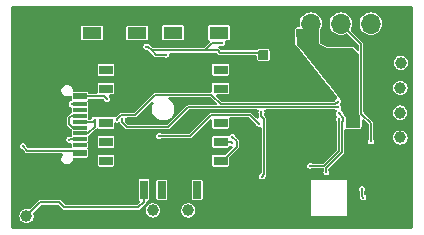
<source format=gbr>
%TF.GenerationSoftware,KiCad,Pcbnew,8.0.0*%
%TF.CreationDate,2024-03-15T11:34:24+01:00*%
%TF.ProjectId,projet s6,70726f6a-6574-4207-9336-2e6b69636164,rev?*%
%TF.SameCoordinates,Original*%
%TF.FileFunction,Copper,L2,Bot*%
%TF.FilePolarity,Positive*%
%FSLAX46Y46*%
G04 Gerber Fmt 4.6, Leading zero omitted, Abs format (unit mm)*
G04 Created by KiCad (PCBNEW 8.0.0) date 2024-03-15 11:34:24*
%MOMM*%
%LPD*%
G01*
G04 APERTURE LIST*
%TA.AperFunction,ComponentPad*%
%ADD10R,1.700000X1.700000*%
%TD*%
%TA.AperFunction,ComponentPad*%
%ADD11O,1.700000X1.700000*%
%TD*%
%TA.AperFunction,ComponentPad*%
%ADD12C,1.000000*%
%TD*%
%TA.AperFunction,ComponentPad*%
%ADD13R,1.650000X1.050000*%
%TD*%
%TA.AperFunction,SMDPad,CuDef*%
%ADD14R,1.100000X0.500000*%
%TD*%
%TA.AperFunction,SMDPad,CuDef*%
%ADD15R,1.650000X1.050000*%
%TD*%
%TA.AperFunction,SMDPad,CuDef*%
%ADD16R,1.200000X0.800000*%
%TD*%
%TA.AperFunction,WasherPad*%
%ADD17C,1.000000*%
%TD*%
%TA.AperFunction,SMDPad,CuDef*%
%ADD18R,0.700000X1.600000*%
%TD*%
%TA.AperFunction,SMDPad,CuDef*%
%ADD19R,0.700000X1.500000*%
%TD*%
%TA.AperFunction,HeatsinkPad*%
%ADD20R,1.000000X0.800000*%
%TD*%
%TA.AperFunction,SMDPad,CuDef*%
%ADD21R,1.150000X0.600000*%
%TD*%
%TA.AperFunction,SMDPad,CuDef*%
%ADD22R,1.150000X0.300000*%
%TD*%
%TA.AperFunction,SMDPad,CuDef*%
%ADD23R,2.000000X2.180000*%
%TD*%
%TA.AperFunction,ViaPad*%
%ADD24C,0.300000*%
%TD*%
%TA.AperFunction,Conductor*%
%ADD25C,0.200000*%
%TD*%
%TA.AperFunction,Conductor*%
%ADD26C,0.150000*%
%TD*%
G04 APERTURE END LIST*
D10*
%TO.P,J2,1,Pin_1*%
%TO.N,GND*%
X196450000Y-66600000D03*
D11*
%TO.P,J2,2,Pin_2*%
%TO.N,+3.3V*%
X198990000Y-66600000D03*
%TO.P,J2,3,Pin_3*%
%TO.N,OLED_SCL*%
X201530000Y-66600000D03*
%TO.P,J2,4,Pin_4*%
%TO.N,OLED_SDA*%
X204070000Y-66600000D03*
%TD*%
D12*
%TO.P,TP5,1,1*%
%TO.N,BAT+*%
X174910000Y-82900000D03*
%TD*%
%TO.P,TP9,1,1*%
%TO.N,SWDIO*%
X206550000Y-74140000D03*
%TD*%
%TO.P,TP11,1,1*%
%TO.N,SWCLK*%
X206570000Y-72030000D03*
%TD*%
%TO.P,TP7,1,1*%
%TO.N,+3.3V*%
X206570000Y-76240000D03*
%TD*%
%TO.P,TP8,1,1*%
%TO.N,GND*%
X194790000Y-82820000D03*
%TD*%
%TO.P,TP1,1,1*%
%TO.N,GND*%
X177040000Y-82950000D03*
%TD*%
%TO.P,TP10,1,1*%
%TO.N,SWO*%
X206610000Y-69910000D03*
%TD*%
D13*
%TO.P,SW1,1,1*%
%TO.N,GND*%
X187335000Y-65935000D03*
D14*
X189260000Y-68360000D03*
D13*
X191185000Y-65935000D03*
D15*
%TO.P,SW1,2,2*%
%TO.N,Net-(R11-Pad1)*%
X187335000Y-67385000D03*
X191185000Y-67385000D03*
%TD*%
D16*
%TO.P,PA1010D1,1,I2C_SDA*%
%TO.N,unconnected-(PA1010D1-I2C_SDA-Pad1)*%
X191340000Y-70500000D03*
%TO.P,PA1010D1,2,I2C_SCL*%
%TO.N,unconnected-(PA1010D1-I2C_SCL-Pad2)*%
X191340000Y-72100000D03*
%TO.P,PA1010D1,3,1PPS*%
%TO.N,unconnected-(PA1010D1-1PPS-Pad3)*%
X191340000Y-75000000D03*
%TO.P,PA1010D1,4,TX*%
%TO.N,Net-(PA1010D1-TX)*%
X191340000Y-76600000D03*
%TO.P,PA1010D1,5,RX*%
%TO.N,Net-(PA1010D1-RX)*%
X191340000Y-78200000D03*
%TO.P,PA1010D1,6,NRESET*%
%TO.N,unconnected-(PA1010D1-NRESET-Pad6)*%
X181640000Y-78200000D03*
%TO.P,PA1010D1,7,GND*%
%TO.N,GNDGPS*%
X181640000Y-76600000D03*
%TO.P,PA1010D1,8,WAKE_UP*%
%TO.N,unconnected-(PA1010D1-WAKE_UP-Pad8)*%
X181640000Y-75000000D03*
%TO.P,PA1010D1,9,VBACKUP*%
%TO.N,Net-(BT1-+)*%
X181640000Y-72100000D03*
%TO.P,PA1010D1,10,VCC*%
%TO.N,+3.3V*%
X181640000Y-70500000D03*
%TD*%
D17*
%TO.P,SW6,*%
%TO.N,*%
X188615000Y-82417500D03*
X185615000Y-82417500D03*
D18*
%TO.P,SW6,1,C*%
%TO.N,BAT+*%
X184865000Y-80667500D03*
D19*
%TO.P,SW6,2,B*%
%TO.N,Net-(SW6-B)*%
X186365000Y-80667500D03*
%TO.P,SW6,3,A*%
%TO.N,vusb*%
X189365000Y-80667500D03*
D20*
%TO.P,SW6,4,S*%
%TO.N,GND*%
X190765000Y-83382500D03*
X190765000Y-81452500D03*
X183465000Y-83382500D03*
X183465000Y-81452500D03*
%TD*%
D13*
%TO.P,SW2,1,1*%
%TO.N,GND*%
X180450000Y-65940000D03*
D14*
X182375000Y-68365000D03*
D13*
X184300000Y-65940000D03*
D15*
%TO.P,SW2,2,2*%
%TO.N,Net-(R10-Pad1)*%
X180450000Y-67390000D03*
X184300000Y-67390000D03*
%TD*%
D21*
%TO.P,J1,A1,GND*%
%TO.N,GND*%
X179420000Y-78355000D03*
X179420000Y-71955000D03*
%TO.P,J1,A4,VBUS*%
%TO.N,vusb*%
X179420000Y-77555000D03*
X179420000Y-72755000D03*
D22*
%TO.P,J1,A5,CC1*%
%TO.N,Net-(J1-CC1)*%
X179420000Y-76405000D03*
%TO.P,J1,A6,D+*%
%TO.N,Net-(J1-D+-PadA6)*%
X179420000Y-75405000D03*
%TO.P,J1,A7,D-*%
%TO.N,Net-(J1-D--PadA7)*%
X179420000Y-74905000D03*
%TO.P,J1,A8,SBU1*%
%TO.N,unconnected-(J1-SBU1-PadA8)*%
X179420000Y-73905000D03*
%TO.P,J1,B5,CC2*%
%TO.N,Net-(J1-CC2)*%
X179420000Y-73405000D03*
%TO.P,J1,B6,D+*%
%TO.N,Net-(J1-D+-PadA6)*%
X179420000Y-74405000D03*
%TO.P,J1,B7,D-*%
%TO.N,Net-(J1-D--PadA7)*%
X179420000Y-75905000D03*
%TO.P,J1,B8,SBU2*%
%TO.N,unconnected-(J1-SBU2-PadB8)*%
X179420000Y-76905000D03*
D23*
%TO.P,J1,S1,SHIELD*%
%TO.N,GND*%
X174915000Y-80265000D03*
X178845000Y-80265000D03*
X174915000Y-70045000D03*
X178845000Y-70045000D03*
%TD*%
D24*
%TO.N,+3.3V*%
X202250000Y-74510000D03*
X185070000Y-68540000D03*
X199320000Y-68170000D03*
X195120000Y-69430000D03*
X191480000Y-68270000D03*
X186730000Y-69230000D03*
X198770000Y-68190000D03*
X194820000Y-74470000D03*
X198220000Y-68190000D03*
X194810000Y-74100000D03*
X202810000Y-74510000D03*
X202270000Y-75020000D03*
X194720000Y-69430000D03*
X182040000Y-70460000D03*
X194720000Y-69030000D03*
X181350000Y-70450000D03*
X195120000Y-69030000D03*
X202790000Y-75020000D03*
X194830000Y-79550000D03*
%TO.N,GNDGPS*%
X181200000Y-76840000D03*
X182020000Y-76820000D03*
%TO.N,Net-(BT1-+)*%
X181260000Y-72050000D03*
%TO.N,Net-(IC1-SETC)*%
X203440000Y-81330000D03*
X203330000Y-80610000D03*
%TO.N,COMPASSCL*%
X198900000Y-78630000D03*
X201390000Y-74700000D03*
%TO.N,COMPASSDA*%
X200305000Y-79205000D03*
X201360000Y-74210000D03*
%TO.N,Net-(J1-CC2)*%
X178730000Y-73400000D03*
%TO.N,Net-(J1-CC1)*%
X178540000Y-76420000D03*
%TO.N,OLED_SCL*%
X204080000Y-76580000D03*
%TO.N,Net-(PA1010D1-TX)*%
X192290000Y-76700000D03*
%TO.N,Net-(PA1010D1-RX)*%
X192350000Y-76200000D03*
%TO.N,ALIMGPS*%
X194575000Y-75075000D03*
X186140000Y-76110000D03*
%TO.N,vusb*%
X174630000Y-76980000D03*
X179070000Y-77560000D03*
X179700000Y-77560000D03*
X179810000Y-72760000D03*
X189390000Y-80080000D03*
X179170000Y-72760000D03*
X181720000Y-72990000D03*
%TO.N,D+*%
X182560000Y-74720000D03*
X201290000Y-73200000D03*
%TO.N,D-*%
X183010000Y-74710000D03*
X201290000Y-73690000D03*
%TO.N,Net-(SW6-B)*%
X186360000Y-80070000D03*
%TO.N,GND*%
X183560000Y-80080000D03*
X198670000Y-73060000D03*
X173970000Y-71580000D03*
X192300000Y-68090000D03*
X191270000Y-79900000D03*
X193000000Y-78980000D03*
X187000000Y-78000000D03*
X177000000Y-69000000D03*
X200750000Y-79400000D03*
X175900000Y-65410000D03*
X184430000Y-78490000D03*
X175000000Y-67500000D03*
X188410000Y-70960000D03*
X199410000Y-74640000D03*
X174840000Y-69160000D03*
X176910000Y-83610000D03*
X197910000Y-83610000D03*
X184410000Y-83610000D03*
X187410000Y-83610000D03*
X189820000Y-73140000D03*
X176740000Y-75760000D03*
X175310000Y-80180000D03*
X198660000Y-74640000D03*
X196410000Y-74640000D03*
X178740000Y-80980000D03*
X198440000Y-79990000D03*
X199420000Y-73070000D03*
X179440000Y-80980000D03*
X174140000Y-69160000D03*
X199410000Y-72390000D03*
X188590000Y-75010000D03*
X182210000Y-74300000D03*
X188180000Y-68370000D03*
X200220000Y-68050000D03*
X175600000Y-75120000D03*
X177400000Y-65410000D03*
X179100000Y-78350000D03*
X184900000Y-65410000D03*
X191910000Y-83610000D03*
X178740000Y-80180000D03*
X205410000Y-83610000D03*
X202540000Y-81070000D03*
X194380000Y-71440000D03*
X175540000Y-69160000D03*
X197900000Y-74080000D03*
X205900000Y-65410000D03*
X175410000Y-83610000D03*
X181170000Y-68400000D03*
X182940000Y-78610000D03*
X196000000Y-78000000D03*
X178040000Y-80980000D03*
X197160000Y-74640000D03*
X196400000Y-73070000D03*
X190000000Y-79000000D03*
X196420000Y-74080000D03*
X207400000Y-74410000D03*
X207400000Y-80410000D03*
X178040000Y-70910000D03*
X207400000Y-78910000D03*
X174140000Y-70760000D03*
X185780000Y-71740000D03*
X178410000Y-83610000D03*
X174610000Y-80180000D03*
X179180000Y-71980000D03*
X196410000Y-83610000D03*
X174570000Y-73350000D03*
X204760000Y-73480000D03*
X178740000Y-69310000D03*
X179440000Y-80180000D03*
X176000000Y-66000000D03*
X207400000Y-75910000D03*
X178040000Y-80180000D03*
X177000000Y-67000000D03*
X197410000Y-77480000D03*
X173970000Y-73080000D03*
X202450000Y-79360000D03*
X206500000Y-80150000D03*
X197160000Y-72390000D03*
X197910000Y-75390000D03*
X185870000Y-66070000D03*
X188850000Y-68330000D03*
X191560000Y-75800000D03*
X189270000Y-71590000D03*
X199410000Y-75390000D03*
X207400000Y-77410000D03*
X197160000Y-75390000D03*
X207400000Y-81910000D03*
X173910000Y-83610000D03*
X196410000Y-75390000D03*
X193900000Y-65410000D03*
X176780000Y-74270000D03*
X204400000Y-65410000D03*
X179440000Y-70910000D03*
X173970000Y-68580000D03*
X175540000Y-69960000D03*
X198660000Y-75390000D03*
X187000000Y-77000000D03*
X197910000Y-74640000D03*
X181900000Y-65410000D03*
X179810000Y-72000000D03*
X175540000Y-70760000D03*
X195680000Y-76190000D03*
X177300000Y-72230000D03*
X179440000Y-70110000D03*
X205030000Y-79140000D03*
X179910000Y-83610000D03*
X207400000Y-71410000D03*
X175310000Y-80980000D03*
X200910000Y-83610000D03*
X195400000Y-65410000D03*
X189000000Y-78000000D03*
X181840000Y-75800000D03*
X181410000Y-83610000D03*
X178170000Y-74310000D03*
X199410000Y-74090000D03*
X202410000Y-83610000D03*
X197170000Y-73060000D03*
X179440000Y-79380000D03*
X181200000Y-69460000D03*
X174840000Y-70760000D03*
X197910000Y-72390000D03*
X173970000Y-67080000D03*
X193520000Y-67740000D03*
X193550000Y-66230000D03*
X184770000Y-74750000D03*
X183400000Y-65410000D03*
X188040000Y-73260000D03*
X187490000Y-75600000D03*
X189000000Y-77000000D03*
X184720000Y-72820000D03*
X197920000Y-73060000D03*
X197160000Y-74090000D03*
X193890000Y-69520000D03*
X198400000Y-65410000D03*
X182390000Y-65990000D03*
X199410000Y-83610000D03*
X191110000Y-71310000D03*
X181000000Y-80000000D03*
X174610000Y-80980000D03*
X175630000Y-76850000D03*
X194390000Y-78290000D03*
X181280000Y-74310000D03*
X178040000Y-70110000D03*
X192400000Y-65410000D03*
X184890000Y-70070000D03*
X189250000Y-65940000D03*
X178740000Y-70910000D03*
X203840000Y-73510000D03*
X196410000Y-72390000D03*
X177000000Y-81000000D03*
X174840000Y-69960000D03*
X203480000Y-76460000D03*
X175120000Y-76850000D03*
X189400000Y-65410000D03*
X206530000Y-78060000D03*
X201400000Y-65410000D03*
X199080000Y-79350000D03*
X189870000Y-74150000D03*
X200770000Y-76730000D03*
X207400000Y-65410000D03*
X207400000Y-72910000D03*
X207400000Y-83410000D03*
X206370000Y-66140000D03*
X175310000Y-79380000D03*
X198120000Y-70390000D03*
X204060000Y-69240000D03*
X185010000Y-76060000D03*
X178040000Y-79380000D03*
X186440000Y-69590000D03*
X180520000Y-76870000D03*
X202180000Y-76120000D03*
X203460000Y-75690000D03*
X174140000Y-69960000D03*
X189280000Y-66860000D03*
X202900000Y-65410000D03*
X199900000Y-65410000D03*
X178040000Y-69310000D03*
X189880000Y-70930000D03*
X193410000Y-83610000D03*
X174610000Y-79380000D03*
X207400000Y-68410000D03*
X193150000Y-71850000D03*
X182910000Y-83610000D03*
X188910000Y-83610000D03*
X188000000Y-77000000D03*
X187900000Y-65410000D03*
X196990000Y-70400000D03*
X188120000Y-81160000D03*
X207400000Y-66910000D03*
X192640000Y-69560000D03*
X178740000Y-70110000D03*
X179760000Y-78330000D03*
X196900000Y-65410000D03*
X198650000Y-74090000D03*
X200140000Y-71700000D03*
X198660000Y-72390000D03*
X182380000Y-66900000D03*
X190410000Y-83610000D03*
X186400000Y-65410000D03*
X185910000Y-83610000D03*
X178740000Y-79380000D03*
X176890000Y-71380000D03*
X178300000Y-75700000D03*
X182000000Y-81000000D03*
X174670000Y-75130000D03*
X207400000Y-69910000D03*
X179440000Y-69310000D03*
X188190000Y-69280000D03*
X206910000Y-83610000D03*
X183170000Y-68220000D03*
X202740000Y-82100000D03*
X190900000Y-65410000D03*
X188000000Y-78000000D03*
%TO.N,Net-(R10-Pad1)*%
X184800000Y-67360000D03*
X180000000Y-67360000D03*
%TO.N,Net-(R11-Pad1)*%
X187460000Y-67370000D03*
X191630000Y-67420000D03*
%TO.N,Net-(J1-D--PadA7)*%
X180680000Y-74730000D03*
%TO.N,Net-(J1-D+-PadA6)*%
X179870000Y-75400000D03*
%TD*%
D25*
%TO.N,+3.3V*%
X185220000Y-68540000D02*
X185545000Y-68865000D01*
X190605000Y-68270000D02*
X190010000Y-68865000D01*
X195030000Y-74680000D02*
X194820000Y-74470000D01*
X194810000Y-74100000D02*
X194810000Y-74460000D01*
X194830000Y-79550000D02*
X195030000Y-79350000D01*
X194700000Y-69050000D02*
X194720000Y-69030000D01*
X185070000Y-68540000D02*
X185220000Y-68540000D01*
X195120000Y-69040000D02*
X195110000Y-69030000D01*
X185545000Y-68865000D02*
X190010000Y-68865000D01*
X191085000Y-68865000D02*
X191270000Y-69050000D01*
X185910000Y-69230000D02*
X185545000Y-68865000D01*
X191270000Y-69050000D02*
X194700000Y-69050000D01*
X186730000Y-69230000D02*
X185910000Y-69230000D01*
X190010000Y-68865000D02*
X191085000Y-68865000D01*
X195030000Y-79350000D02*
X195030000Y-74680000D01*
X194810000Y-74460000D02*
X194820000Y-74470000D01*
X191480000Y-68270000D02*
X190605000Y-68270000D01*
D26*
%TO.N,Net-(IC1-SETC)*%
X203330000Y-81220000D02*
X203330000Y-80610000D01*
X203440000Y-81330000D02*
X203330000Y-81220000D01*
%TO.N,COMPASSCL*%
X200130000Y-78630000D02*
X201390000Y-77370000D01*
X201390000Y-77370000D02*
X201390000Y-74700000D01*
X198900000Y-78630000D02*
X200130000Y-78630000D01*
%TO.N,COMPASSDA*%
X201715000Y-74565000D02*
X201360000Y-74210000D01*
X200305000Y-78808553D02*
X201640000Y-77473553D01*
X200305000Y-79205000D02*
X200305000Y-78808553D01*
X201640000Y-74909620D02*
X201715000Y-74834620D01*
X201640000Y-77473553D02*
X201640000Y-74909620D01*
X201715000Y-74834620D02*
X201715000Y-74565000D01*
%TO.N,Net-(J1-CC2)*%
X178730000Y-73400000D02*
X178735000Y-73405000D01*
X178735000Y-73405000D02*
X179420000Y-73405000D01*
%TO.N,Net-(J1-CC1)*%
X179420000Y-76405000D02*
X178555000Y-76405000D01*
X178555000Y-76405000D02*
X178540000Y-76420000D01*
%TO.N,OLED_SCL*%
X203270000Y-74220000D02*
X203270000Y-68340000D01*
X203270000Y-68340000D02*
X201530000Y-66600000D01*
X204080000Y-75030000D02*
X203270000Y-74220000D01*
X204080000Y-76580000D02*
X204080000Y-75030000D01*
%TO.N,Net-(PA1010D1-TX)*%
X192290000Y-76700000D02*
X192190000Y-76600000D01*
X192190000Y-76600000D02*
X191340000Y-76600000D01*
%TO.N,Net-(PA1010D1-RX)*%
X192715000Y-76565000D02*
X192715000Y-77025000D01*
X192350000Y-76200000D02*
X192715000Y-76565000D01*
X191540000Y-78200000D02*
X191340000Y-78200000D01*
X192715000Y-77025000D02*
X191540000Y-78200000D01*
%TO.N,ALIMGPS*%
X190520000Y-74370000D02*
X188780000Y-76110000D01*
X194575000Y-75075000D02*
X193870000Y-74370000D01*
X188780000Y-76110000D02*
X186140000Y-76110000D01*
X193870000Y-74370000D02*
X190520000Y-74370000D01*
D25*
%TO.N,vusb*%
X174630000Y-76996397D02*
X174988603Y-77355000D01*
X178865000Y-77355000D02*
X179070000Y-77560000D01*
X181490000Y-72760000D02*
X181720000Y-72990000D01*
X179810000Y-72760000D02*
X181490000Y-72760000D01*
X174630000Y-76980000D02*
X174630000Y-76996397D01*
X174988603Y-77355000D02*
X178865000Y-77355000D01*
D26*
%TO.N,D+*%
X190565000Y-72620000D02*
X191385000Y-73440000D01*
X191385000Y-73440000D02*
X201050000Y-73440000D01*
X184075000Y-74375000D02*
X182885380Y-74375000D01*
X184075000Y-74375000D02*
X185830000Y-72620000D01*
X182885380Y-74375000D02*
X182560000Y-74700380D01*
X185830000Y-72620000D02*
X190565000Y-72620000D01*
X201050000Y-73440000D02*
X201290000Y-73200000D01*
X182560000Y-74700380D02*
X182560000Y-74720000D01*
%TO.N,D-*%
X186920000Y-75360000D02*
X188590000Y-73690000D01*
X183410000Y-75360000D02*
X183010000Y-74960000D01*
X183010000Y-74960000D02*
X183010000Y-74710000D01*
X186920000Y-75360000D02*
X183410000Y-75360000D01*
X188590000Y-73690000D02*
X201290000Y-73690000D01*
D25*
%TO.N,BAT+*%
X177700000Y-81740000D02*
X176070000Y-81740000D01*
X184380000Y-82152500D02*
X178112500Y-82152500D01*
X178112500Y-82152500D02*
X177700000Y-81740000D01*
X184865000Y-80667500D02*
X184865000Y-81667500D01*
X184865000Y-81667500D02*
X184380000Y-82152500D01*
X176070000Y-81740000D02*
X174910000Y-82900000D01*
D26*
%TO.N,Net-(R11-Pad1)*%
X191150000Y-67840000D02*
X191150000Y-67420000D01*
X191150000Y-67420000D02*
X191185000Y-67385000D01*
%TO.N,Net-(J1-D--PadA7)*%
X180505000Y-74905000D02*
X180680000Y-74730000D01*
X180680000Y-75370000D02*
X180145000Y-75905000D01*
X179420000Y-74905000D02*
X180505000Y-74905000D01*
X180680000Y-74730000D02*
X180680000Y-75370000D01*
X180145000Y-75905000D02*
X179420000Y-75905000D01*
%TO.N,Net-(J1-D+-PadA6)*%
X178520000Y-75060000D02*
X178865000Y-75405000D01*
X179420000Y-74405000D02*
X178695000Y-74405000D01*
X178520000Y-74580000D02*
X178520000Y-74750000D01*
X179420000Y-74405000D02*
X179450000Y-74375000D01*
X178520000Y-74770000D02*
X178520000Y-75060000D01*
X178865000Y-75405000D02*
X179420000Y-75405000D01*
X178695000Y-74405000D02*
X178520000Y-74580000D01*
%TD*%
%TA.AperFunction,Conductor*%
%TO.N,GND*%
G36*
X182791969Y-74953448D02*
G01*
X182838662Y-75005424D01*
X182841369Y-75011492D01*
X182845119Y-75020548D01*
X182861217Y-75059412D01*
X183169744Y-75367938D01*
X182740000Y-75370000D01*
X182360000Y-75600000D01*
X182364821Y-75011781D01*
X182412987Y-74970046D01*
X182482146Y-74960102D01*
X182488665Y-74961218D01*
X182560000Y-74975408D01*
X182560000Y-74975407D01*
X182560001Y-74975408D01*
X182560002Y-74975408D01*
X182657737Y-74955967D01*
X182657737Y-74955966D01*
X182657740Y-74955966D01*
X182657913Y-74955850D01*
X182658353Y-74955712D01*
X182669023Y-74951293D01*
X182669418Y-74952246D01*
X182724587Y-74934968D01*
X182791969Y-74953448D01*
G37*
%TD.AperFunction*%
%TA.AperFunction,Conductor*%
G36*
X190507982Y-72815185D02*
G01*
X190528624Y-72831819D01*
X190999624Y-73302819D01*
X191033109Y-73364142D01*
X191028125Y-73433834D01*
X190986253Y-73489767D01*
X190920789Y-73514184D01*
X190911943Y-73514500D01*
X188639351Y-73514500D01*
X188639343Y-73514499D01*
X188624909Y-73514499D01*
X188555091Y-73514499D01*
X188555090Y-73514499D01*
X188490584Y-73541219D01*
X187418603Y-74613201D01*
X187357280Y-74646686D01*
X187287588Y-74641702D01*
X187268198Y-74627186D01*
X187277377Y-74637405D01*
X187288553Y-74706375D01*
X187260668Y-74770439D01*
X187253201Y-74778603D01*
X186883624Y-75148181D01*
X186822301Y-75181666D01*
X186795943Y-75184500D01*
X183534056Y-75184500D01*
X183467017Y-75164815D01*
X183446375Y-75148181D01*
X183261835Y-74963641D01*
X183228350Y-74902318D01*
X183233334Y-74832626D01*
X183245524Y-74808806D01*
X183245966Y-74807739D01*
X183265408Y-74710002D01*
X183265408Y-74709997D01*
X183263159Y-74698691D01*
X183269386Y-74629099D01*
X183312250Y-74573922D01*
X183378139Y-74550678D01*
X183384776Y-74550500D01*
X184109907Y-74550500D01*
X184109909Y-74550500D01*
X184174413Y-74523782D01*
X185460714Y-73237480D01*
X185522035Y-73203997D01*
X185591727Y-73208981D01*
X185647660Y-73250853D01*
X185672077Y-73316317D01*
X185657225Y-73384590D01*
X185651499Y-73394047D01*
X185647686Y-73399754D01*
X185647676Y-73399771D01*
X185576027Y-73572748D01*
X185576025Y-73572756D01*
X185539500Y-73756379D01*
X185539500Y-73943620D01*
X185576025Y-74127243D01*
X185576027Y-74127251D01*
X185647676Y-74300228D01*
X185647681Y-74300237D01*
X185751697Y-74455907D01*
X185751700Y-74455911D01*
X185884088Y-74588299D01*
X185884092Y-74588302D01*
X186039762Y-74692318D01*
X186039768Y-74692321D01*
X186039769Y-74692322D01*
X186212749Y-74763973D01*
X186396379Y-74800499D01*
X186396383Y-74800500D01*
X186396384Y-74800500D01*
X186583617Y-74800500D01*
X186583618Y-74800499D01*
X186767251Y-74763973D01*
X186940231Y-74692322D01*
X187095908Y-74588302D01*
X187095908Y-74588301D01*
X187096629Y-74587820D01*
X187163306Y-74566942D01*
X187225780Y-74584080D01*
X187207238Y-74534366D01*
X187222090Y-74466093D01*
X187227820Y-74456629D01*
X187228303Y-74455907D01*
X187332322Y-74300231D01*
X187403973Y-74127251D01*
X187440500Y-73943616D01*
X187440500Y-73756384D01*
X187403973Y-73572749D01*
X187346432Y-73433834D01*
X187332323Y-73399771D01*
X187332318Y-73399762D01*
X187228302Y-73244092D01*
X187228299Y-73244088D01*
X187095911Y-73111700D01*
X187095907Y-73111697D01*
X186962567Y-73022602D01*
X186917762Y-72968990D01*
X186909055Y-72899665D01*
X186939209Y-72836637D01*
X186998652Y-72799918D01*
X187031458Y-72795500D01*
X190440943Y-72795500D01*
X190507982Y-72815185D01*
G37*
%TD.AperFunction*%
%TA.AperFunction,Conductor*%
G36*
X182571109Y-74441074D02*
G01*
X182509786Y-74474559D01*
X182507623Y-74475010D01*
X182462258Y-74484034D01*
X182423687Y-74509806D01*
X182368795Y-74526991D01*
X182370000Y-74380000D01*
X182638425Y-74373757D01*
X182571109Y-74441074D01*
G37*
%TD.AperFunction*%
%TA.AperFunction,Conductor*%
G36*
X192491565Y-73264500D02*
G01*
X191509057Y-73264500D01*
X191442018Y-73244815D01*
X191421376Y-73228181D01*
X191381229Y-73188034D01*
X192490000Y-73180000D01*
X192491565Y-73264500D01*
G37*
%TD.AperFunction*%
%TD*%
%TA.AperFunction,Conductor*%
%TO.N,+3.3V*%
G36*
X199517609Y-67029352D02*
G01*
X199584542Y-67049391D01*
X199630017Y-67102436D01*
X199640948Y-67152389D01*
X199649999Y-68319999D01*
X199650001Y-68320001D01*
X199989999Y-68489999D01*
X200330000Y-68660000D01*
X202437787Y-68650241D01*
X202504915Y-68669615D01*
X202526656Y-68687180D01*
X203058801Y-69226927D01*
X203091850Y-69288485D01*
X203094500Y-69313983D01*
X203094500Y-74254908D01*
X203121218Y-74319413D01*
X203153681Y-74351876D01*
X203187166Y-74413199D01*
X203190000Y-74439557D01*
X203190000Y-74748247D01*
X203189951Y-74751738D01*
X203173416Y-75338755D01*
X203173395Y-75339491D01*
X203151830Y-75405950D01*
X203097759Y-75450200D01*
X203049444Y-75460000D01*
X202101275Y-75460000D01*
X202034236Y-75440315D01*
X201988481Y-75387511D01*
X201977306Y-75338755D01*
X201960000Y-74560000D01*
X201959999Y-74559999D01*
X201513009Y-73954699D01*
X201489020Y-73889077D01*
X201504317Y-73820902D01*
X201509639Y-73812175D01*
X201525966Y-73787740D01*
X201545408Y-73690000D01*
X201545408Y-73689997D01*
X201525966Y-73592261D01*
X201525966Y-73592260D01*
X201491395Y-73540520D01*
X201470528Y-73474330D01*
X201469407Y-73422737D01*
X201487628Y-73355291D01*
X201490255Y-73351185D01*
X201525966Y-73297740D01*
X201537332Y-73240601D01*
X201545408Y-73200002D01*
X201545408Y-73199997D01*
X201525966Y-73102260D01*
X201525966Y-73102259D01*
X201478994Y-73031960D01*
X201465427Y-73005074D01*
X201459999Y-72989998D01*
X200399291Y-71649702D01*
X200382270Y-71612867D01*
X200380640Y-71613543D01*
X200375967Y-71602262D01*
X200320600Y-71519398D01*
X200284981Y-71495598D01*
X200256638Y-71469447D01*
X198054760Y-68687183D01*
X197805788Y-68372586D01*
X197779621Y-68307803D01*
X197779056Y-68298472D01*
X197752897Y-67147487D01*
X197771053Y-67080020D01*
X197822804Y-67033077D01*
X197877517Y-67020674D01*
X199517609Y-67029352D01*
G37*
%TD.AperFunction*%
%TD*%
%TA.AperFunction,Conductor*%
%TO.N,GND*%
G36*
X207592539Y-65170185D02*
G01*
X207638294Y-65222989D01*
X207649500Y-65274500D01*
X207649500Y-83825500D01*
X207629815Y-83892539D01*
X207577011Y-83938294D01*
X207525500Y-83949500D01*
X173724500Y-83949500D01*
X173657461Y-83929815D01*
X173611706Y-83877011D01*
X173600500Y-83825500D01*
X173600500Y-82900001D01*
X174304318Y-82900001D01*
X174324955Y-83056760D01*
X174324956Y-83056762D01*
X174385464Y-83202841D01*
X174481718Y-83328282D01*
X174607159Y-83424536D01*
X174753238Y-83485044D01*
X174831619Y-83495363D01*
X174909999Y-83505682D01*
X174910000Y-83505682D01*
X174910001Y-83505682D01*
X174962254Y-83498802D01*
X175066762Y-83485044D01*
X175212841Y-83424536D01*
X175338282Y-83328282D01*
X175434536Y-83202841D01*
X175495044Y-83056762D01*
X175510148Y-82942035D01*
X175515682Y-82900001D01*
X175515682Y-82899998D01*
X175495044Y-82743239D01*
X175495044Y-82743238D01*
X175484358Y-82717442D01*
X175476890Y-82647975D01*
X175508164Y-82585495D01*
X175511208Y-82582340D01*
X175676049Y-82417500D01*
X185009318Y-82417500D01*
X185013439Y-82448801D01*
X185014500Y-82464987D01*
X185014500Y-82496557D01*
X185022670Y-82527049D01*
X185025833Y-82542950D01*
X185029956Y-82574264D01*
X185042038Y-82603432D01*
X185047251Y-82618788D01*
X185055422Y-82649281D01*
X185055423Y-82649284D01*
X185071207Y-82676623D01*
X185078379Y-82691168D01*
X185090462Y-82720339D01*
X185090463Y-82720340D01*
X185109682Y-82745387D01*
X185118692Y-82758872D01*
X185134475Y-82786209D01*
X185134482Y-82786218D01*
X185156803Y-82808539D01*
X185167497Y-82820733D01*
X185186717Y-82845781D01*
X185211765Y-82865001D01*
X185223960Y-82875696D01*
X185246284Y-82898020D01*
X185246285Y-82898021D01*
X185246287Y-82898022D01*
X185273625Y-82913805D01*
X185287104Y-82922811D01*
X185312159Y-82942036D01*
X185339009Y-82953157D01*
X185341326Y-82954117D01*
X185355873Y-82961291D01*
X185383214Y-82977076D01*
X185383216Y-82977077D01*
X185413708Y-82985246D01*
X185429060Y-82990457D01*
X185458238Y-83002544D01*
X185489541Y-83006665D01*
X185505441Y-83009827D01*
X185535943Y-83018000D01*
X185567513Y-83018000D01*
X185583697Y-83019060D01*
X185615000Y-83023182D01*
X185646302Y-83019060D01*
X185662487Y-83018000D01*
X185694056Y-83018000D01*
X185694057Y-83018000D01*
X185724555Y-83009827D01*
X185740439Y-83006667D01*
X185771762Y-83002544D01*
X185800930Y-82990461D01*
X185816293Y-82985247D01*
X185835858Y-82980004D01*
X185846784Y-82977077D01*
X185874130Y-82961287D01*
X185888666Y-82954119D01*
X185917841Y-82942036D01*
X185942895Y-82922810D01*
X185956374Y-82913805D01*
X185983716Y-82898020D01*
X186006040Y-82875694D01*
X186018234Y-82865001D01*
X186043282Y-82845782D01*
X186062502Y-82820733D01*
X186073196Y-82808539D01*
X186095520Y-82786216D01*
X186111308Y-82758868D01*
X186120310Y-82745395D01*
X186139536Y-82720341D01*
X186151619Y-82691166D01*
X186158792Y-82676623D01*
X186174577Y-82649284D01*
X186177504Y-82638358D01*
X186182747Y-82618793D01*
X186187962Y-82603428D01*
X186200044Y-82574262D01*
X186204167Y-82542939D01*
X186207329Y-82527049D01*
X186215500Y-82496557D01*
X186215500Y-82464987D01*
X186216561Y-82448801D01*
X186220682Y-82417500D01*
X188009318Y-82417500D01*
X188013439Y-82448801D01*
X188014500Y-82464987D01*
X188014500Y-82496557D01*
X188022670Y-82527049D01*
X188025833Y-82542950D01*
X188029956Y-82574264D01*
X188042038Y-82603432D01*
X188047251Y-82618788D01*
X188055422Y-82649281D01*
X188055423Y-82649284D01*
X188071207Y-82676623D01*
X188078379Y-82691168D01*
X188090462Y-82720339D01*
X188090463Y-82720340D01*
X188109682Y-82745387D01*
X188118692Y-82758872D01*
X188134475Y-82786209D01*
X188134482Y-82786218D01*
X188156803Y-82808539D01*
X188167497Y-82820733D01*
X188186717Y-82845781D01*
X188211765Y-82865001D01*
X188223960Y-82875696D01*
X188246284Y-82898020D01*
X188246285Y-82898021D01*
X188246287Y-82898022D01*
X188273625Y-82913805D01*
X188287104Y-82922811D01*
X188312159Y-82942036D01*
X188339009Y-82953157D01*
X188341326Y-82954117D01*
X188355873Y-82961291D01*
X188383214Y-82977076D01*
X188383216Y-82977077D01*
X188413708Y-82985246D01*
X188429060Y-82990457D01*
X188458238Y-83002544D01*
X188489541Y-83006665D01*
X188505441Y-83009827D01*
X188535943Y-83018000D01*
X188567513Y-83018000D01*
X188583697Y-83019060D01*
X188615000Y-83023182D01*
X188646302Y-83019060D01*
X188662487Y-83018000D01*
X188694056Y-83018000D01*
X188694057Y-83018000D01*
X188724555Y-83009827D01*
X188740439Y-83006667D01*
X188771762Y-83002544D01*
X188800930Y-82990461D01*
X188816293Y-82985247D01*
X188835858Y-82980004D01*
X188846784Y-82977077D01*
X188874130Y-82961287D01*
X188888666Y-82954119D01*
X188917841Y-82942036D01*
X188933525Y-82930000D01*
X198970000Y-82930000D01*
X202070000Y-82930000D01*
X202070000Y-82929999D01*
X202062492Y-80610002D01*
X203074592Y-80610002D01*
X203094033Y-80707739D01*
X203094033Y-80707740D01*
X203133602Y-80766959D01*
X203154480Y-80833636D01*
X203154500Y-80835849D01*
X203154500Y-81254910D01*
X203178985Y-81314024D01*
X203186040Y-81337283D01*
X203204033Y-81427738D01*
X203204033Y-81427739D01*
X203204034Y-81427740D01*
X203259399Y-81510601D01*
X203342260Y-81565966D01*
X203362646Y-81570021D01*
X203439998Y-81585408D01*
X203440000Y-81585408D01*
X203440002Y-81585408D01*
X203488870Y-81575687D01*
X203537740Y-81565966D01*
X203620601Y-81510601D01*
X203675966Y-81427740D01*
X203685687Y-81378870D01*
X203695408Y-81330002D01*
X203695408Y-81329997D01*
X203675966Y-81232261D01*
X203675966Y-81232260D01*
X203620601Y-81149399D01*
X203560609Y-81109314D01*
X203515804Y-81055702D01*
X203505500Y-81006212D01*
X203505500Y-80835849D01*
X203525185Y-80768810D01*
X203526398Y-80766959D01*
X203565966Y-80707740D01*
X203565966Y-80707739D01*
X203585408Y-80610002D01*
X203585408Y-80609997D01*
X203565966Y-80512261D01*
X203565966Y-80512260D01*
X203510601Y-80429399D01*
X203427740Y-80374034D01*
X203427739Y-80374033D01*
X203427738Y-80374033D01*
X203330002Y-80354592D01*
X203329998Y-80354592D01*
X203232261Y-80374033D01*
X203149399Y-80429399D01*
X203094033Y-80512261D01*
X203074592Y-80609997D01*
X203074592Y-80610002D01*
X202062492Y-80610002D01*
X202060000Y-79840000D01*
X202059999Y-79839999D01*
X198980000Y-79829999D01*
X198979999Y-79830001D01*
X198970000Y-82930000D01*
X188933525Y-82930000D01*
X188942895Y-82922810D01*
X188956374Y-82913805D01*
X188983716Y-82898020D01*
X189006040Y-82875694D01*
X189018234Y-82865001D01*
X189043282Y-82845782D01*
X189062502Y-82820733D01*
X189073196Y-82808539D01*
X189095520Y-82786216D01*
X189111308Y-82758868D01*
X189120310Y-82745395D01*
X189139536Y-82720341D01*
X189151619Y-82691166D01*
X189158792Y-82676623D01*
X189174577Y-82649284D01*
X189177504Y-82638358D01*
X189182747Y-82618793D01*
X189187962Y-82603428D01*
X189200044Y-82574262D01*
X189204167Y-82542939D01*
X189207329Y-82527049D01*
X189215500Y-82496557D01*
X189215500Y-82464987D01*
X189216561Y-82448801D01*
X189220682Y-82417500D01*
X189220682Y-82417498D01*
X189216561Y-82386197D01*
X189215500Y-82370012D01*
X189215500Y-82338445D01*
X189215500Y-82338443D01*
X189207327Y-82307941D01*
X189204164Y-82292036D01*
X189200044Y-82260739D01*
X189200044Y-82260738D01*
X189187957Y-82231560D01*
X189182745Y-82216203D01*
X189174577Y-82185716D01*
X189174575Y-82185712D01*
X189158791Y-82158373D01*
X189151617Y-82143826D01*
X189139536Y-82114660D01*
X189139536Y-82114659D01*
X189120311Y-82089604D01*
X189111305Y-82076125D01*
X189095522Y-82048787D01*
X189095518Y-82048782D01*
X189073196Y-82026460D01*
X189062501Y-82014265D01*
X189043281Y-81989217D01*
X189018233Y-81969997D01*
X189006039Y-81959303D01*
X188983718Y-81936982D01*
X188983716Y-81936980D01*
X188983713Y-81936978D01*
X188983709Y-81936975D01*
X188956372Y-81921192D01*
X188942887Y-81912182D01*
X188917840Y-81892963D01*
X188917839Y-81892962D01*
X188888668Y-81880879D01*
X188874123Y-81873707D01*
X188846784Y-81857923D01*
X188846781Y-81857922D01*
X188816288Y-81849751D01*
X188800932Y-81844538D01*
X188771764Y-81832456D01*
X188740450Y-81828333D01*
X188724552Y-81825170D01*
X188694057Y-81817000D01*
X188662487Y-81817000D01*
X188646302Y-81815939D01*
X188615000Y-81811818D01*
X188583697Y-81815939D01*
X188567513Y-81817000D01*
X188535940Y-81817000D01*
X188505441Y-81825171D01*
X188489545Y-81828332D01*
X188458244Y-81832454D01*
X188458235Y-81832456D01*
X188429067Y-81844538D01*
X188413715Y-81849750D01*
X188383219Y-81857922D01*
X188383217Y-81857922D01*
X188383216Y-81857923D01*
X188383214Y-81857924D01*
X188383212Y-81857925D01*
X188355875Y-81873707D01*
X188341336Y-81880877D01*
X188312165Y-81892960D01*
X188312160Y-81892963D01*
X188287107Y-81912186D01*
X188273629Y-81921191D01*
X188246283Y-81936980D01*
X188223955Y-81959307D01*
X188211767Y-81969996D01*
X188186718Y-81989218D01*
X188167496Y-82014267D01*
X188156807Y-82026455D01*
X188134480Y-82048783D01*
X188118691Y-82076129D01*
X188109686Y-82089607D01*
X188090463Y-82114660D01*
X188090460Y-82114665D01*
X188078377Y-82143836D01*
X188071207Y-82158375D01*
X188055425Y-82185712D01*
X188055422Y-82185719D01*
X188047250Y-82216215D01*
X188042038Y-82231567D01*
X188029956Y-82260735D01*
X188029954Y-82260744D01*
X188025832Y-82292045D01*
X188022671Y-82307941D01*
X188014500Y-82338440D01*
X188014500Y-82370012D01*
X188013439Y-82386197D01*
X188009318Y-82417498D01*
X188009318Y-82417500D01*
X186220682Y-82417500D01*
X186220682Y-82417498D01*
X186216561Y-82386197D01*
X186215500Y-82370012D01*
X186215500Y-82338445D01*
X186215500Y-82338443D01*
X186207327Y-82307941D01*
X186204164Y-82292036D01*
X186200044Y-82260739D01*
X186200044Y-82260738D01*
X186187957Y-82231560D01*
X186182745Y-82216203D01*
X186174577Y-82185716D01*
X186174575Y-82185712D01*
X186158791Y-82158373D01*
X186151617Y-82143826D01*
X186139536Y-82114660D01*
X186139536Y-82114659D01*
X186120311Y-82089604D01*
X186111305Y-82076125D01*
X186095522Y-82048787D01*
X186095518Y-82048782D01*
X186073196Y-82026460D01*
X186062501Y-82014265D01*
X186043281Y-81989217D01*
X186018233Y-81969997D01*
X186006039Y-81959303D01*
X185983718Y-81936982D01*
X185983716Y-81936980D01*
X185983713Y-81936978D01*
X185983709Y-81936975D01*
X185956372Y-81921192D01*
X185942887Y-81912182D01*
X185917840Y-81892963D01*
X185917839Y-81892962D01*
X185888668Y-81880879D01*
X185874123Y-81873707D01*
X185846784Y-81857923D01*
X185846781Y-81857922D01*
X185816288Y-81849751D01*
X185800932Y-81844538D01*
X185771764Y-81832456D01*
X185740450Y-81828333D01*
X185724552Y-81825170D01*
X185694057Y-81817000D01*
X185662487Y-81817000D01*
X185646302Y-81815939D01*
X185615000Y-81811818D01*
X185583697Y-81815939D01*
X185567513Y-81817000D01*
X185535940Y-81817000D01*
X185505441Y-81825171D01*
X185489545Y-81828332D01*
X185458244Y-81832454D01*
X185458235Y-81832456D01*
X185429067Y-81844538D01*
X185413715Y-81849750D01*
X185383219Y-81857922D01*
X185383217Y-81857922D01*
X185383216Y-81857923D01*
X185383214Y-81857924D01*
X185383212Y-81857925D01*
X185355875Y-81873707D01*
X185341336Y-81880877D01*
X185312165Y-81892960D01*
X185312160Y-81892963D01*
X185287107Y-81912186D01*
X185273629Y-81921191D01*
X185246283Y-81936980D01*
X185223955Y-81959307D01*
X185211767Y-81969996D01*
X185186718Y-81989218D01*
X185167496Y-82014267D01*
X185156807Y-82026455D01*
X185134480Y-82048783D01*
X185118691Y-82076129D01*
X185109686Y-82089607D01*
X185090463Y-82114660D01*
X185090460Y-82114665D01*
X185078377Y-82143836D01*
X185071207Y-82158375D01*
X185055425Y-82185712D01*
X185055422Y-82185719D01*
X185047250Y-82216215D01*
X185042038Y-82231567D01*
X185029956Y-82260735D01*
X185029954Y-82260744D01*
X185025832Y-82292045D01*
X185022671Y-82307941D01*
X185014500Y-82338440D01*
X185014500Y-82370012D01*
X185013439Y-82386197D01*
X185009318Y-82417498D01*
X185009318Y-82417500D01*
X175676049Y-82417500D01*
X176116731Y-81976819D01*
X176178054Y-81943334D01*
X176204412Y-81940500D01*
X177565588Y-81940500D01*
X177632627Y-81960185D01*
X177653269Y-81976819D01*
X177998926Y-82322476D01*
X178072618Y-82353000D01*
X178072620Y-82353000D01*
X184419880Y-82353000D01*
X184419882Y-82353000D01*
X184493574Y-82322476D01*
X185034976Y-81781074D01*
X185065500Y-81707382D01*
X185065500Y-81691999D01*
X185085185Y-81624960D01*
X185137989Y-81579205D01*
X185189500Y-81567999D01*
X185224895Y-81567999D01*
X185224898Y-81567999D01*
X185254213Y-81562169D01*
X185287457Y-81539957D01*
X185309669Y-81506713D01*
X185315500Y-81477399D01*
X185315500Y-81427394D01*
X185914500Y-81427394D01*
X185914501Y-81427402D01*
X185920330Y-81456712D01*
X185942542Y-81489957D01*
X185959219Y-81501099D01*
X185975787Y-81512169D01*
X185975790Y-81512169D01*
X185975791Y-81512170D01*
X185985647Y-81514130D01*
X186005101Y-81518000D01*
X186724898Y-81517999D01*
X186754213Y-81512169D01*
X186787457Y-81489957D01*
X186809669Y-81456713D01*
X186815500Y-81427399D01*
X186815500Y-81427394D01*
X188914500Y-81427394D01*
X188914501Y-81427402D01*
X188920330Y-81456712D01*
X188942542Y-81489957D01*
X188959219Y-81501099D01*
X188975787Y-81512169D01*
X188975790Y-81512169D01*
X188975791Y-81512170D01*
X188985647Y-81514130D01*
X189005101Y-81518000D01*
X189724898Y-81517999D01*
X189754213Y-81512169D01*
X189787457Y-81489957D01*
X189809669Y-81456713D01*
X189815500Y-81427399D01*
X189815499Y-79907602D01*
X189809669Y-79878287D01*
X189809668Y-79878285D01*
X189787457Y-79845042D01*
X189754214Y-79822832D01*
X189754215Y-79822832D01*
X189754213Y-79822831D01*
X189754211Y-79822830D01*
X189754208Y-79822829D01*
X189724901Y-79817000D01*
X189005105Y-79817000D01*
X189005097Y-79817001D01*
X188975787Y-79822830D01*
X188942542Y-79845042D01*
X188920332Y-79878285D01*
X188920329Y-79878291D01*
X188914500Y-79907598D01*
X188914500Y-81427394D01*
X186815500Y-81427394D01*
X186815499Y-79907602D01*
X186809669Y-79878287D01*
X186809668Y-79878285D01*
X186787457Y-79845042D01*
X186754214Y-79822832D01*
X186754215Y-79822832D01*
X186754213Y-79822831D01*
X186754211Y-79822830D01*
X186754208Y-79822829D01*
X186724901Y-79817000D01*
X186724899Y-79817000D01*
X186384318Y-79817000D01*
X186360132Y-79814618D01*
X186360000Y-79814592D01*
X186359999Y-79814592D01*
X186359998Y-79814592D01*
X186359997Y-79814592D01*
X186359861Y-79814619D01*
X186335680Y-79817000D01*
X186005105Y-79817000D01*
X186005097Y-79817001D01*
X185975787Y-79822830D01*
X185942542Y-79845042D01*
X185920332Y-79878285D01*
X185920329Y-79878291D01*
X185914500Y-79907598D01*
X185914500Y-81427394D01*
X185315500Y-81427394D01*
X185315499Y-79857602D01*
X185309669Y-79828287D01*
X185300519Y-79814592D01*
X185287457Y-79795042D01*
X185254214Y-79772832D01*
X185254215Y-79772832D01*
X185254213Y-79772831D01*
X185254211Y-79772830D01*
X185254208Y-79772829D01*
X185224901Y-79767000D01*
X184505105Y-79767000D01*
X184505097Y-79767001D01*
X184475787Y-79772830D01*
X184442542Y-79795042D01*
X184420332Y-79828285D01*
X184420329Y-79828291D01*
X184414500Y-79857598D01*
X184414500Y-81477394D01*
X184414501Y-81477402D01*
X184420330Y-81506712D01*
X184442542Y-81539957D01*
X184456852Y-81549517D01*
X184475787Y-81562169D01*
X184475788Y-81562169D01*
X184476634Y-81562734D01*
X184521442Y-81616344D01*
X184530152Y-81685668D01*
X184500000Y-81748697D01*
X184495430Y-81753520D01*
X184333267Y-81915682D01*
X184271946Y-81949166D01*
X184245588Y-81952000D01*
X178246912Y-81952000D01*
X178179873Y-81932315D01*
X178159231Y-81915681D01*
X177813574Y-81570024D01*
X177739883Y-81539500D01*
X177739882Y-81539500D01*
X176109882Y-81539500D01*
X176030118Y-81539500D01*
X176030116Y-81539500D01*
X176030114Y-81539501D01*
X175956428Y-81570021D01*
X175956426Y-81570023D01*
X175227688Y-82298760D01*
X175166365Y-82332245D01*
X175096673Y-82327261D01*
X175092597Y-82325657D01*
X175066762Y-82314956D01*
X175066759Y-82314955D01*
X175066760Y-82314955D01*
X174910001Y-82294318D01*
X174909999Y-82294318D01*
X174753239Y-82314955D01*
X174753237Y-82314956D01*
X174607160Y-82375463D01*
X174481718Y-82471718D01*
X174385463Y-82597160D01*
X174324956Y-82743237D01*
X174324955Y-82743239D01*
X174304318Y-82899998D01*
X174304318Y-82900001D01*
X173600500Y-82900001D01*
X173600500Y-78609894D01*
X180939500Y-78609894D01*
X180939501Y-78609902D01*
X180945330Y-78639212D01*
X180967542Y-78672457D01*
X180984219Y-78683599D01*
X181000787Y-78694669D01*
X181000790Y-78694669D01*
X181000791Y-78694670D01*
X181010647Y-78696630D01*
X181030101Y-78700500D01*
X182249898Y-78700499D01*
X182279213Y-78694669D01*
X182312457Y-78672457D01*
X182334669Y-78639213D01*
X182340500Y-78609899D01*
X182340500Y-78609894D01*
X190639500Y-78609894D01*
X190639501Y-78609902D01*
X190645330Y-78639212D01*
X190667542Y-78672457D01*
X190684219Y-78683599D01*
X190700787Y-78694669D01*
X190700790Y-78694669D01*
X190700791Y-78694670D01*
X190710647Y-78696630D01*
X190730101Y-78700500D01*
X191949898Y-78700499D01*
X191979213Y-78694669D01*
X192012457Y-78672457D01*
X192034669Y-78639213D01*
X192040500Y-78609899D01*
X192040499Y-77999055D01*
X192060183Y-77932017D01*
X192076813Y-77911380D01*
X192863782Y-77124413D01*
X192890500Y-77059909D01*
X192890500Y-76990091D01*
X192890500Y-76530091D01*
X192863782Y-76465587D01*
X192814413Y-76416218D01*
X192633796Y-76235601D01*
X192600311Y-76174278D01*
X192599886Y-76172240D01*
X192585966Y-76102260D01*
X192530601Y-76019399D01*
X192447740Y-75964034D01*
X192447739Y-75964033D01*
X192447738Y-75964033D01*
X192350002Y-75944592D01*
X192349998Y-75944592D01*
X192252261Y-75964033D01*
X192169397Y-76019400D01*
X192139736Y-76063791D01*
X192086123Y-76108596D01*
X192016798Y-76117302D01*
X191989184Y-76109461D01*
X191979213Y-76105331D01*
X191979211Y-76105330D01*
X191979210Y-76105330D01*
X191949901Y-76099500D01*
X190730105Y-76099500D01*
X190730097Y-76099501D01*
X190700787Y-76105330D01*
X190667542Y-76127542D01*
X190645332Y-76160785D01*
X190645329Y-76160791D01*
X190639500Y-76190098D01*
X190639500Y-77009894D01*
X190639501Y-77009902D01*
X190645330Y-77039212D01*
X190667542Y-77072457D01*
X190684219Y-77083599D01*
X190700787Y-77094669D01*
X190700790Y-77094669D01*
X190700791Y-77094670D01*
X190710647Y-77096630D01*
X190730101Y-77100500D01*
X191949898Y-77100499D01*
X191979213Y-77094669D01*
X192012457Y-77072457D01*
X192034669Y-77039213D01*
X192036230Y-77031363D01*
X192068612Y-76969451D01*
X192129327Y-76934875D01*
X192182039Y-76933933D01*
X192267986Y-76951029D01*
X192329897Y-76983414D01*
X192364471Y-77044130D01*
X192360732Y-77113899D01*
X192331476Y-77160327D01*
X191828623Y-77663181D01*
X191767300Y-77696666D01*
X191740942Y-77699500D01*
X190730105Y-77699500D01*
X190730097Y-77699501D01*
X190700787Y-77705330D01*
X190667542Y-77727542D01*
X190645332Y-77760785D01*
X190645329Y-77760791D01*
X190639500Y-77790098D01*
X190639500Y-78609894D01*
X182340500Y-78609894D01*
X182340499Y-77790102D01*
X182334669Y-77760787D01*
X182324236Y-77745172D01*
X182312457Y-77727542D01*
X182279214Y-77705332D01*
X182279215Y-77705332D01*
X182279213Y-77705331D01*
X182279211Y-77705330D01*
X182279208Y-77705329D01*
X182249901Y-77699500D01*
X181030105Y-77699500D01*
X181030097Y-77699501D01*
X181000787Y-77705330D01*
X180967542Y-77727542D01*
X180945332Y-77760785D01*
X180945329Y-77760791D01*
X180939500Y-77790098D01*
X180939500Y-78609894D01*
X173600500Y-78609894D01*
X173600500Y-76980002D01*
X174374592Y-76980002D01*
X174394033Y-77077738D01*
X174394033Y-77077739D01*
X174394034Y-77077740D01*
X174449399Y-77160601D01*
X174532260Y-77215966D01*
X174537507Y-77217009D01*
X174599418Y-77249392D01*
X174600999Y-77250946D01*
X174818627Y-77468574D01*
X174875029Y-77524976D01*
X174948721Y-77555500D01*
X177864633Y-77555500D01*
X177931672Y-77575185D01*
X177977427Y-77627989D01*
X177987371Y-77697147D01*
X177967140Y-77745172D01*
X177968569Y-77745997D01*
X177901905Y-77861463D01*
X177888531Y-77911375D01*
X177869500Y-77982399D01*
X177869500Y-78107601D01*
X177901905Y-78228536D01*
X177964505Y-78336964D01*
X178053036Y-78425495D01*
X178161464Y-78488095D01*
X178282399Y-78520500D01*
X178282401Y-78520500D01*
X178407599Y-78520500D01*
X178407601Y-78520500D01*
X178528536Y-78488095D01*
X178636964Y-78425495D01*
X178725495Y-78336964D01*
X178788095Y-78228536D01*
X178820500Y-78107601D01*
X178820500Y-78079499D01*
X178840185Y-78012460D01*
X178892989Y-77966705D01*
X178944495Y-77955499D01*
X180004898Y-77955499D01*
X180034213Y-77949669D01*
X180067457Y-77927457D01*
X180089669Y-77894213D01*
X180095500Y-77864899D01*
X180095499Y-77245102D01*
X180089669Y-77215787D01*
X180084996Y-77204504D01*
X180088551Y-77203031D01*
X180074205Y-77157208D01*
X180088047Y-77106756D01*
X180084996Y-77105493D01*
X180089666Y-77094217D01*
X180089669Y-77094213D01*
X180095500Y-77064899D01*
X180095500Y-77009894D01*
X180939500Y-77009894D01*
X180939501Y-77009902D01*
X180945330Y-77039212D01*
X180967542Y-77072457D01*
X180984219Y-77083599D01*
X181000787Y-77094669D01*
X181000790Y-77094669D01*
X181000791Y-77094670D01*
X181010647Y-77096630D01*
X181030101Y-77100500D01*
X182249898Y-77100499D01*
X182279213Y-77094669D01*
X182312457Y-77072457D01*
X182334669Y-77039213D01*
X182340500Y-77009899D01*
X182340499Y-76190102D01*
X182334669Y-76160787D01*
X182334364Y-76160331D01*
X182312457Y-76127542D01*
X182285394Y-76109461D01*
X182279213Y-76105331D01*
X182279211Y-76105330D01*
X182279208Y-76105329D01*
X182249901Y-76099500D01*
X181030105Y-76099500D01*
X181030097Y-76099501D01*
X181000787Y-76105330D01*
X180967542Y-76127542D01*
X180945332Y-76160785D01*
X180945329Y-76160791D01*
X180939500Y-76190098D01*
X180939500Y-77009894D01*
X180095500Y-77009894D01*
X180095499Y-76745102D01*
X180089669Y-76715787D01*
X180084996Y-76704504D01*
X180088551Y-76703031D01*
X180074205Y-76657208D01*
X180088047Y-76606756D01*
X180084996Y-76605493D01*
X180089666Y-76594217D01*
X180089669Y-76594213D01*
X180095500Y-76564899D01*
X180095499Y-76245102D01*
X180091407Y-76224527D01*
X180097636Y-76154939D01*
X180140500Y-76099763D01*
X180169450Y-76087163D01*
X180168626Y-76085173D01*
X180179908Y-76080500D01*
X180179909Y-76080500D01*
X180244413Y-76053782D01*
X180761971Y-75536221D01*
X180761974Y-75536220D01*
X180779412Y-75518782D01*
X180779413Y-75518782D01*
X180810579Y-75487615D01*
X180871900Y-75454131D01*
X180941591Y-75459115D01*
X180967146Y-75472192D01*
X180967543Y-75472457D01*
X181000787Y-75494669D01*
X181000789Y-75494669D01*
X181000791Y-75494670D01*
X181010647Y-75496630D01*
X181030101Y-75500500D01*
X182249898Y-75500499D01*
X182279213Y-75494669D01*
X182312457Y-75472457D01*
X182334669Y-75439213D01*
X182340500Y-75409899D01*
X182340499Y-75082838D01*
X182360183Y-75015801D01*
X182364821Y-75011781D01*
X182360000Y-75600000D01*
X182740000Y-75370000D01*
X183169744Y-75367938D01*
X183254147Y-75452341D01*
X183254150Y-75452345D01*
X183261218Y-75459413D01*
X183310587Y-75508782D01*
X183375091Y-75535500D01*
X183375093Y-75535500D01*
X186954907Y-75535500D01*
X186954909Y-75535500D01*
X187019413Y-75508782D01*
X188626376Y-73901819D01*
X188687699Y-73868334D01*
X188714057Y-73865500D01*
X194450143Y-73865500D01*
X194517182Y-73885185D01*
X194562937Y-73937989D01*
X194572881Y-74007147D01*
X194571760Y-74013692D01*
X194554592Y-74099999D01*
X194554592Y-74100002D01*
X194574032Y-74197735D01*
X194574034Y-74197739D01*
X194574034Y-74197740D01*
X194588601Y-74219542D01*
X194609480Y-74286217D01*
X194609500Y-74288432D01*
X194609500Y-74296532D01*
X194589815Y-74363571D01*
X194588603Y-74365421D01*
X194584033Y-74372259D01*
X194584033Y-74372260D01*
X194564592Y-74469997D01*
X194564592Y-74469998D01*
X194564592Y-74470000D01*
X194565589Y-74475010D01*
X194570856Y-74501491D01*
X194564627Y-74571082D01*
X194521764Y-74626259D01*
X194455874Y-74649503D01*
X194387877Y-74633435D01*
X194361557Y-74613362D01*
X193969413Y-74221218D01*
X193956301Y-74215787D01*
X193904909Y-74194500D01*
X193904908Y-74194500D01*
X190569351Y-74194500D01*
X190569343Y-74194499D01*
X190554909Y-74194499D01*
X190485091Y-74194499D01*
X190485090Y-74194499D01*
X190420584Y-74221219D01*
X188743624Y-75898181D01*
X188682301Y-75931666D01*
X188655943Y-75934500D01*
X186365850Y-75934500D01*
X186298811Y-75914815D01*
X186296960Y-75913603D01*
X186273879Y-75898181D01*
X186237740Y-75874034D01*
X186237739Y-75874033D01*
X186237738Y-75874033D01*
X186140002Y-75854592D01*
X186139998Y-75854592D01*
X186042261Y-75874033D01*
X185959399Y-75929399D01*
X185904033Y-76012261D01*
X185884592Y-76109997D01*
X185884592Y-76110002D01*
X185904033Y-76207738D01*
X185904033Y-76207739D01*
X185904034Y-76207740D01*
X185959399Y-76290601D01*
X186042260Y-76345966D01*
X186074840Y-76352446D01*
X186139998Y-76365408D01*
X186140000Y-76365408D01*
X186140002Y-76365408D01*
X186196597Y-76354150D01*
X186237740Y-76345966D01*
X186296960Y-76306396D01*
X186363638Y-76285520D01*
X186365850Y-76285500D01*
X188814907Y-76285500D01*
X188814909Y-76285500D01*
X188879413Y-76258782D01*
X190427821Y-74710373D01*
X190489142Y-74676890D01*
X190558834Y-74681874D01*
X190614767Y-74723746D01*
X190639184Y-74789210D01*
X190639500Y-74798056D01*
X190639500Y-75409894D01*
X190639501Y-75409902D01*
X190645330Y-75439212D01*
X190667542Y-75472457D01*
X190684219Y-75483599D01*
X190700787Y-75494669D01*
X190700790Y-75494669D01*
X190700791Y-75494670D01*
X190710647Y-75496630D01*
X190730101Y-75500500D01*
X191949898Y-75500499D01*
X191979213Y-75494669D01*
X192012457Y-75472457D01*
X192034669Y-75439213D01*
X192040500Y-75409899D01*
X192040499Y-74669499D01*
X192060183Y-74602461D01*
X192112987Y-74556706D01*
X192164499Y-74545500D01*
X193745943Y-74545500D01*
X193812982Y-74565185D01*
X193833624Y-74581819D01*
X194291203Y-75039398D01*
X194324688Y-75100721D01*
X194325139Y-75102888D01*
X194339033Y-75172738D01*
X194339033Y-75172739D01*
X194339034Y-75172740D01*
X194394399Y-75255601D01*
X194477260Y-75310966D01*
X194509840Y-75317446D01*
X194574998Y-75330408D01*
X194575000Y-75330408D01*
X194575002Y-75330408D01*
X194681309Y-75309262D01*
X194750900Y-75315489D01*
X194806078Y-75358352D01*
X194829322Y-75424242D01*
X194829500Y-75430879D01*
X194829500Y-79192927D01*
X194809815Y-79259966D01*
X194757011Y-79305721D01*
X194735751Y-79312588D01*
X194732259Y-79314034D01*
X194649399Y-79369399D01*
X194594033Y-79452261D01*
X194574592Y-79549997D01*
X194574592Y-79550002D01*
X194594033Y-79647738D01*
X194594033Y-79647739D01*
X194594034Y-79647740D01*
X194649399Y-79730601D01*
X194732260Y-79785966D01*
X194764840Y-79792446D01*
X194829998Y-79805408D01*
X194830000Y-79805408D01*
X194830002Y-79805408D01*
X194878870Y-79795687D01*
X194927740Y-79785966D01*
X195010601Y-79730601D01*
X195065966Y-79647740D01*
X195071081Y-79622023D01*
X195103463Y-79560113D01*
X195105018Y-79558531D01*
X195199974Y-79463576D01*
X195199974Y-79463575D01*
X195199976Y-79463574D01*
X195230500Y-79389882D01*
X195230500Y-79310118D01*
X195230500Y-74640118D01*
X195199976Y-74566426D01*
X195143574Y-74510024D01*
X195095017Y-74461467D01*
X195061532Y-74400144D01*
X195061099Y-74398066D01*
X195055966Y-74372260D01*
X195038690Y-74346405D01*
X195017814Y-74279728D01*
X195036299Y-74212348D01*
X195038677Y-74208647D01*
X195045966Y-74197740D01*
X195046180Y-74196666D01*
X195065408Y-74100002D01*
X195065408Y-74099999D01*
X195048240Y-74013692D01*
X195054467Y-73944100D01*
X195097330Y-73888923D01*
X195163219Y-73865678D01*
X195169857Y-73865500D01*
X201056926Y-73865500D01*
X201123965Y-73885185D01*
X201169720Y-73937989D01*
X201179664Y-74007147D01*
X201160028Y-74058389D01*
X201155680Y-74064898D01*
X201124033Y-74112261D01*
X201104592Y-74209997D01*
X201104592Y-74210002D01*
X201124033Y-74307738D01*
X201124033Y-74307739D01*
X201124034Y-74307740D01*
X201179399Y-74390601D01*
X201179400Y-74390601D01*
X201186185Y-74400756D01*
X201184482Y-74401893D01*
X201210499Y-74449539D01*
X201205515Y-74519231D01*
X201192437Y-74544784D01*
X201178806Y-74565185D01*
X201154033Y-74602261D01*
X201134592Y-74699997D01*
X201134592Y-74700002D01*
X201154033Y-74797739D01*
X201154033Y-74797740D01*
X201193602Y-74856959D01*
X201214480Y-74923636D01*
X201214500Y-74925849D01*
X201214500Y-77245943D01*
X201194815Y-77312982D01*
X201178181Y-77333624D01*
X200093624Y-78418181D01*
X200032301Y-78451666D01*
X200005943Y-78454500D01*
X199125850Y-78454500D01*
X199058811Y-78434815D01*
X199056960Y-78433603D01*
X198997740Y-78394034D01*
X198997739Y-78394033D01*
X198997738Y-78394033D01*
X198900002Y-78374592D01*
X198899998Y-78374592D01*
X198802261Y-78394033D01*
X198719399Y-78449399D01*
X198664033Y-78532261D01*
X198644592Y-78629997D01*
X198644592Y-78630002D01*
X198664033Y-78727738D01*
X198664033Y-78727739D01*
X198664034Y-78727740D01*
X198719399Y-78810601D01*
X198802260Y-78865966D01*
X198834840Y-78872446D01*
X198899998Y-78885408D01*
X198900000Y-78885408D01*
X198900002Y-78885408D01*
X198948870Y-78875687D01*
X198997740Y-78865966D01*
X199056960Y-78826396D01*
X199123638Y-78805520D01*
X199125850Y-78805500D01*
X200005500Y-78805500D01*
X200072539Y-78825185D01*
X200118294Y-78877989D01*
X200129500Y-78929500D01*
X200129500Y-78979150D01*
X200109815Y-79046189D01*
X200108603Y-79048040D01*
X200069033Y-79107261D01*
X200049592Y-79204997D01*
X200049592Y-79205002D01*
X200069033Y-79302738D01*
X200069033Y-79302739D01*
X200069034Y-79302740D01*
X200124399Y-79385601D01*
X200207260Y-79440966D01*
X200239840Y-79447446D01*
X200304998Y-79460408D01*
X200305000Y-79460408D01*
X200305002Y-79460408D01*
X200353870Y-79450687D01*
X200402740Y-79440966D01*
X200485601Y-79385601D01*
X200540966Y-79302740D01*
X200560408Y-79205000D01*
X200560408Y-79204997D01*
X200540966Y-79107261D01*
X200540966Y-79107260D01*
X200501396Y-79048039D01*
X200480520Y-78981362D01*
X200480500Y-78979150D01*
X200480500Y-78932610D01*
X200500185Y-78865571D01*
X200516819Y-78844929D01*
X201133212Y-78228536D01*
X201788782Y-77572966D01*
X201815500Y-77508462D01*
X201815500Y-77438644D01*
X201815500Y-75647159D01*
X201835185Y-75580120D01*
X201887989Y-75534365D01*
X201957147Y-75524421D01*
X201995966Y-75538901D01*
X201996444Y-75537856D01*
X202004509Y-75541539D01*
X202004512Y-75541541D01*
X202071551Y-75561226D01*
X202101275Y-75565500D01*
X202101279Y-75565500D01*
X203049453Y-75565500D01*
X203070400Y-75563396D01*
X203070409Y-75563394D01*
X203070416Y-75563394D01*
X203118731Y-75553594D01*
X203164575Y-75531845D01*
X203218646Y-75487595D01*
X203252179Y-75438512D01*
X203273744Y-75372053D01*
X203278853Y-75342462D01*
X203294458Y-74788474D01*
X203316023Y-74722016D01*
X203370094Y-74677766D01*
X203439505Y-74669774D01*
X203502218Y-74700577D01*
X203506090Y-74704285D01*
X203868181Y-75066376D01*
X203901666Y-75127699D01*
X203904500Y-75154057D01*
X203904500Y-76354150D01*
X203884815Y-76421189D01*
X203883603Y-76423040D01*
X203844033Y-76482261D01*
X203824592Y-76579997D01*
X203824592Y-76580002D01*
X203844033Y-76677738D01*
X203844033Y-76677739D01*
X203844034Y-76677740D01*
X203899399Y-76760601D01*
X203982260Y-76815966D01*
X204014840Y-76822446D01*
X204079998Y-76835408D01*
X204080000Y-76835408D01*
X204080002Y-76835408D01*
X204128870Y-76825687D01*
X204177740Y-76815966D01*
X204260601Y-76760601D01*
X204315966Y-76677740D01*
X204331310Y-76600601D01*
X204335408Y-76580002D01*
X204335408Y-76579997D01*
X204315966Y-76482261D01*
X204315966Y-76482260D01*
X204276396Y-76423039D01*
X204255520Y-76356362D01*
X204255500Y-76354150D01*
X204255500Y-76240001D01*
X205964318Y-76240001D01*
X205984955Y-76396760D01*
X205984956Y-76396762D01*
X205994581Y-76420000D01*
X206045464Y-76542841D01*
X206141718Y-76668282D01*
X206267159Y-76764536D01*
X206413238Y-76825044D01*
X206491619Y-76835363D01*
X206569999Y-76845682D01*
X206570000Y-76845682D01*
X206570001Y-76845682D01*
X206648039Y-76835408D01*
X206726762Y-76825044D01*
X206872841Y-76764536D01*
X206998282Y-76668282D01*
X207094536Y-76542841D01*
X207155044Y-76396762D01*
X207173209Y-76258782D01*
X207175682Y-76240001D01*
X207175682Y-76239998D01*
X207160877Y-76127542D01*
X207155044Y-76083238D01*
X207094536Y-75937159D01*
X206998282Y-75811718D01*
X206872841Y-75715464D01*
X206726762Y-75654956D01*
X206726760Y-75654955D01*
X206570001Y-75634318D01*
X206569999Y-75634318D01*
X206413239Y-75654955D01*
X206413237Y-75654956D01*
X206267160Y-75715463D01*
X206141718Y-75811718D01*
X206045463Y-75937160D01*
X205984956Y-76083237D01*
X205984955Y-76083239D01*
X205964318Y-76239998D01*
X205964318Y-76240001D01*
X204255500Y-76240001D01*
X204255500Y-74995092D01*
X204255500Y-74995091D01*
X204228782Y-74930587D01*
X204179413Y-74881218D01*
X203481819Y-74183624D01*
X203457999Y-74140001D01*
X205944318Y-74140001D01*
X205964955Y-74296760D01*
X205964956Y-74296762D01*
X206020649Y-74431218D01*
X206025464Y-74442841D01*
X206121718Y-74568282D01*
X206247159Y-74664536D01*
X206393238Y-74725044D01*
X206427085Y-74729500D01*
X206549999Y-74745682D01*
X206550000Y-74745682D01*
X206550001Y-74745682D01*
X206630447Y-74735091D01*
X206706762Y-74725044D01*
X206852841Y-74664536D01*
X206978282Y-74568282D01*
X207074536Y-74442841D01*
X207135044Y-74296762D01*
X207155682Y-74140000D01*
X207151305Y-74106756D01*
X207135044Y-73983239D01*
X207135044Y-73983238D01*
X207074536Y-73837159D01*
X206978282Y-73711718D01*
X206852841Y-73615464D01*
X206768674Y-73580601D01*
X206706762Y-73554956D01*
X206706760Y-73554955D01*
X206550001Y-73534318D01*
X206549999Y-73534318D01*
X206393239Y-73554955D01*
X206393237Y-73554956D01*
X206247160Y-73615463D01*
X206121718Y-73711718D01*
X206025463Y-73837160D01*
X205964956Y-73983237D01*
X205964955Y-73983239D01*
X205944318Y-74139998D01*
X205944318Y-74140001D01*
X203457999Y-74140001D01*
X203448334Y-74122301D01*
X203445500Y-74095943D01*
X203445500Y-72030001D01*
X205964318Y-72030001D01*
X205984955Y-72186760D01*
X205984956Y-72186762D01*
X206043293Y-72327601D01*
X206045464Y-72332841D01*
X206141718Y-72458282D01*
X206267159Y-72554536D01*
X206413238Y-72615044D01*
X206490624Y-72625232D01*
X206569999Y-72635682D01*
X206570000Y-72635682D01*
X206570001Y-72635682D01*
X206649376Y-72625232D01*
X206726762Y-72615044D01*
X206872841Y-72554536D01*
X206998282Y-72458282D01*
X207094536Y-72332841D01*
X207155044Y-72186762D01*
X207175682Y-72030000D01*
X207155044Y-71873238D01*
X207094536Y-71727159D01*
X206998282Y-71601718D01*
X206872841Y-71505464D01*
X206726762Y-71444956D01*
X206726760Y-71444955D01*
X206570001Y-71424318D01*
X206569999Y-71424318D01*
X206413239Y-71444955D01*
X206413237Y-71444956D01*
X206267160Y-71505463D01*
X206141718Y-71601718D01*
X206045463Y-71727160D01*
X205984956Y-71873237D01*
X205984955Y-71873239D01*
X205964318Y-72029998D01*
X205964318Y-72030001D01*
X203445500Y-72030001D01*
X203445500Y-69910001D01*
X206004318Y-69910001D01*
X206024955Y-70066760D01*
X206024956Y-70066762D01*
X206085464Y-70212841D01*
X206181718Y-70338282D01*
X206307159Y-70434536D01*
X206453238Y-70495044D01*
X206531619Y-70505363D01*
X206609999Y-70515682D01*
X206610000Y-70515682D01*
X206610001Y-70515682D01*
X206662254Y-70508802D01*
X206766762Y-70495044D01*
X206912841Y-70434536D01*
X207038282Y-70338282D01*
X207134536Y-70212841D01*
X207195044Y-70066762D01*
X207215682Y-69910000D01*
X207195044Y-69753238D01*
X207134536Y-69607159D01*
X207038282Y-69481718D01*
X206912841Y-69385464D01*
X206766762Y-69324956D01*
X206766760Y-69324955D01*
X206610001Y-69304318D01*
X206609999Y-69304318D01*
X206453239Y-69324955D01*
X206453237Y-69324956D01*
X206307160Y-69385463D01*
X206181718Y-69481718D01*
X206085463Y-69607160D01*
X206024956Y-69753237D01*
X206024955Y-69753239D01*
X206004318Y-69909998D01*
X206004318Y-69910001D01*
X203445500Y-69910001D01*
X203445500Y-68389351D01*
X203445501Y-68389342D01*
X203445501Y-68305092D01*
X203445501Y-68305091D01*
X203418782Y-68240587D01*
X203418780Y-68240585D01*
X203418780Y-68240584D01*
X202383829Y-67205634D01*
X202350344Y-67144311D01*
X202355328Y-67074619D01*
X202362144Y-67059515D01*
X202412396Y-66965501D01*
X202466747Y-66786331D01*
X202485099Y-66600000D01*
X203114901Y-66600000D01*
X203133252Y-66786331D01*
X203133253Y-66786333D01*
X203187604Y-66965502D01*
X203275862Y-67130623D01*
X203275864Y-67130626D01*
X203394642Y-67275357D01*
X203539373Y-67394135D01*
X203539376Y-67394137D01*
X203704497Y-67482395D01*
X203704499Y-67482396D01*
X203883666Y-67536746D01*
X203883668Y-67536747D01*
X203900374Y-67538392D01*
X204070000Y-67555099D01*
X204256331Y-67536747D01*
X204435501Y-67482396D01*
X204600625Y-67394136D01*
X204745357Y-67275357D01*
X204864136Y-67130625D01*
X204952396Y-66965501D01*
X205006747Y-66786331D01*
X205025099Y-66600000D01*
X205006747Y-66413669D01*
X204952396Y-66234499D01*
X204864136Y-66069375D01*
X204864135Y-66069373D01*
X204745357Y-65924642D01*
X204600626Y-65805864D01*
X204600623Y-65805862D01*
X204435502Y-65717604D01*
X204256333Y-65663253D01*
X204256331Y-65663252D01*
X204070000Y-65644901D01*
X203883668Y-65663252D01*
X203883666Y-65663253D01*
X203704497Y-65717604D01*
X203539376Y-65805862D01*
X203539373Y-65805864D01*
X203394642Y-65924642D01*
X203275864Y-66069373D01*
X203275862Y-66069376D01*
X203187604Y-66234497D01*
X203133253Y-66413666D01*
X203133252Y-66413668D01*
X203114901Y-66600000D01*
X202485099Y-66600000D01*
X202466747Y-66413669D01*
X202412396Y-66234499D01*
X202324136Y-66069375D01*
X202324135Y-66069373D01*
X202205357Y-65924642D01*
X202060626Y-65805864D01*
X202060623Y-65805862D01*
X201895502Y-65717604D01*
X201716333Y-65663253D01*
X201716331Y-65663252D01*
X201530000Y-65644901D01*
X201343668Y-65663252D01*
X201343666Y-65663253D01*
X201164497Y-65717604D01*
X200999376Y-65805862D01*
X200999373Y-65805864D01*
X200854642Y-65924642D01*
X200735864Y-66069373D01*
X200735862Y-66069376D01*
X200647604Y-66234497D01*
X200593253Y-66413666D01*
X200593252Y-66413668D01*
X200574901Y-66600000D01*
X200593252Y-66786331D01*
X200593253Y-66786333D01*
X200647604Y-66965502D01*
X200735862Y-67130623D01*
X200735864Y-67130626D01*
X200854642Y-67275357D01*
X200999373Y-67394135D01*
X200999376Y-67394137D01*
X201164497Y-67482395D01*
X201164499Y-67482396D01*
X201343666Y-67536746D01*
X201343668Y-67536747D01*
X201360374Y-67538392D01*
X201530000Y-67555099D01*
X201716331Y-67536747D01*
X201895501Y-67482396D01*
X201989503Y-67432151D01*
X202057902Y-67417910D01*
X202123146Y-67442909D01*
X202135634Y-67453829D01*
X203058181Y-68376376D01*
X203091666Y-68437699D01*
X203094500Y-68464057D01*
X203094500Y-68810475D01*
X203074815Y-68877514D01*
X203022011Y-68923269D01*
X202952853Y-68933213D01*
X202889297Y-68904188D01*
X202882199Y-68897532D01*
X202601791Y-68613119D01*
X202601789Y-68613118D01*
X202601783Y-68613111D01*
X202592957Y-68605116D01*
X202580264Y-68594861D01*
X202571213Y-68587548D01*
X202534177Y-68568255D01*
X202534171Y-68568252D01*
X202519367Y-68563979D01*
X202467042Y-68548878D01*
X202467035Y-68548877D01*
X202437302Y-68544742D01*
X202437299Y-68544742D01*
X202134375Y-68546144D01*
X200384248Y-68554247D01*
X200328220Y-68541157D01*
X199822946Y-68288520D01*
X199771788Y-68240933D01*
X199754405Y-68178572D01*
X199754257Y-68159490D01*
X199746984Y-67221227D01*
X199766148Y-67154038D01*
X199775129Y-67141600D01*
X199778492Y-67137501D01*
X199784136Y-67130625D01*
X199872396Y-66965501D01*
X199926747Y-66786331D01*
X199945099Y-66600000D01*
X199926747Y-66413669D01*
X199872396Y-66234499D01*
X199784136Y-66069375D01*
X199784135Y-66069373D01*
X199665357Y-65924642D01*
X199520626Y-65805864D01*
X199520623Y-65805862D01*
X199355502Y-65717604D01*
X199176333Y-65663253D01*
X199176331Y-65663252D01*
X198990000Y-65644901D01*
X198803668Y-65663252D01*
X198803666Y-65663253D01*
X198624497Y-65717604D01*
X198459376Y-65805862D01*
X198459373Y-65805864D01*
X198314642Y-65924642D01*
X198195864Y-66069373D01*
X198195862Y-66069376D01*
X198107604Y-66234497D01*
X198053253Y-66413666D01*
X198053252Y-66413668D01*
X198034901Y-66600000D01*
X198052559Y-66779289D01*
X198039540Y-66847935D01*
X197991475Y-66898645D01*
X197928501Y-66915441D01*
X197878074Y-66915174D01*
X197878073Y-66915174D01*
X197854194Y-66917784D01*
X197799480Y-66930187D01*
X197799479Y-66930188D01*
X197751923Y-66954936D01*
X197751922Y-66954936D01*
X197700173Y-67001877D01*
X197700173Y-67001878D01*
X197669177Y-67052603D01*
X197669176Y-67052604D01*
X197651020Y-67120073D01*
X197651020Y-67120074D01*
X197647423Y-67149883D01*
X197667561Y-68035925D01*
X197673302Y-68288520D01*
X197673583Y-68300860D01*
X197673750Y-68304862D01*
X197674314Y-68314180D01*
X197674314Y-68314182D01*
X197681799Y-68347314D01*
X197681803Y-68347327D01*
X197707963Y-68412094D01*
X197723056Y-68438051D01*
X197723063Y-68438062D01*
X200173903Y-71534911D01*
X200173908Y-71534916D01*
X200185086Y-71546975D01*
X200185097Y-71546985D01*
X200213428Y-71573126D01*
X200213436Y-71573132D01*
X200213440Y-71573136D01*
X200226368Y-71583318D01*
X200226376Y-71583323D01*
X200227976Y-71584485D01*
X200258213Y-71615925D01*
X200277744Y-71645156D01*
X200280491Y-71649840D01*
X200280622Y-71649761D01*
X200286877Y-71659964D01*
X200293724Y-71672755D01*
X200303521Y-71693956D01*
X200303523Y-71693959D01*
X200316563Y-71715174D01*
X201182542Y-72809412D01*
X201208710Y-72874196D01*
X201195698Y-72942844D01*
X201154199Y-72989465D01*
X201109399Y-73019398D01*
X201054033Y-73102261D01*
X201041615Y-73164691D01*
X201009230Y-73226602D01*
X200948514Y-73261176D01*
X200919998Y-73264500D01*
X192491565Y-73264500D01*
X192490000Y-73180000D01*
X191381229Y-73188034D01*
X191005375Y-72812180D01*
X190971890Y-72750857D01*
X190976874Y-72681165D01*
X191018746Y-72625232D01*
X191084210Y-72600815D01*
X191093056Y-72600499D01*
X191949895Y-72600499D01*
X191949898Y-72600499D01*
X191979213Y-72594669D01*
X192012457Y-72572457D01*
X192034669Y-72539213D01*
X192040500Y-72509899D01*
X192040499Y-71690102D01*
X192034669Y-71660787D01*
X192034119Y-71659964D01*
X192012457Y-71627542D01*
X191979214Y-71605332D01*
X191979215Y-71605332D01*
X191979213Y-71605331D01*
X191979211Y-71605330D01*
X191979208Y-71605329D01*
X191949901Y-71599500D01*
X190730105Y-71599500D01*
X190730097Y-71599501D01*
X190700787Y-71605330D01*
X190667542Y-71627542D01*
X190645332Y-71660785D01*
X190645329Y-71660791D01*
X190639500Y-71690098D01*
X190639500Y-72320500D01*
X190619815Y-72387539D01*
X190567011Y-72433294D01*
X190515500Y-72444500D01*
X185879351Y-72444500D01*
X185879343Y-72444499D01*
X185864909Y-72444499D01*
X185795091Y-72444499D01*
X185795090Y-72444499D01*
X185730584Y-72471219D01*
X184038624Y-74163181D01*
X183977301Y-74196666D01*
X183950943Y-74199500D01*
X182934731Y-74199500D01*
X182934723Y-74199499D01*
X182920289Y-74199499D01*
X182850471Y-74199499D01*
X182850470Y-74199499D01*
X182785968Y-74226217D01*
X182638426Y-74373757D01*
X182370000Y-74380000D01*
X182368795Y-74526991D01*
X182357009Y-74530682D01*
X182289629Y-74512196D01*
X182285913Y-74509807D01*
X182279216Y-74505332D01*
X182279208Y-74505329D01*
X182249901Y-74499500D01*
X181030105Y-74499500D01*
X181030097Y-74499501D01*
X181000787Y-74505330D01*
X181000785Y-74505331D01*
X180966602Y-74528170D01*
X180899924Y-74549045D01*
X180832545Y-74530558D01*
X180828826Y-74528168D01*
X180815702Y-74519399D01*
X180777740Y-74494034D01*
X180777739Y-74494033D01*
X180777738Y-74494033D01*
X180680002Y-74474592D01*
X180679998Y-74474592D01*
X180582261Y-74494033D01*
X180499398Y-74549399D01*
X180444032Y-74632261D01*
X180439360Y-74643542D01*
X180437666Y-74642840D01*
X180412157Y-74691604D01*
X180351441Y-74726177D01*
X180322927Y-74729500D01*
X180213853Y-74729500D01*
X180146814Y-74709815D01*
X180101059Y-74657011D01*
X180091115Y-74587853D01*
X180092236Y-74581306D01*
X180095500Y-74564899D01*
X180095499Y-74245102D01*
X180089669Y-74215787D01*
X180084996Y-74204504D01*
X180088551Y-74203031D01*
X180074205Y-74157208D01*
X180088047Y-74106756D01*
X180084996Y-74105493D01*
X180089666Y-74094217D01*
X180089669Y-74094213D01*
X180095500Y-74064899D01*
X180095499Y-73745102D01*
X180089669Y-73715787D01*
X180084996Y-73704504D01*
X180088551Y-73703031D01*
X180074205Y-73657208D01*
X180088047Y-73606756D01*
X180084996Y-73605493D01*
X180089666Y-73594217D01*
X180089669Y-73594213D01*
X180095500Y-73564899D01*
X180095499Y-73245102D01*
X180089669Y-73215787D01*
X180084996Y-73204504D01*
X180088551Y-73203031D01*
X180074205Y-73157208D01*
X180088047Y-73106756D01*
X180084996Y-73105493D01*
X180089666Y-73094217D01*
X180089669Y-73094213D01*
X180090957Y-73087738D01*
X180096414Y-73060308D01*
X180128800Y-72998397D01*
X180189516Y-72963823D01*
X180218031Y-72960500D01*
X181355588Y-72960500D01*
X181422627Y-72980185D01*
X181443269Y-72996819D01*
X181444981Y-72998531D01*
X181478466Y-73059854D01*
X181478912Y-73061996D01*
X181484034Y-73087740D01*
X181539399Y-73170601D01*
X181622260Y-73225966D01*
X181654840Y-73232446D01*
X181719998Y-73245408D01*
X181720000Y-73245408D01*
X181720002Y-73245408D01*
X181768870Y-73235687D01*
X181817740Y-73225966D01*
X181900601Y-73170601D01*
X181955966Y-73087740D01*
X181975408Y-72990000D01*
X181975408Y-72989997D01*
X181955966Y-72892261D01*
X181955966Y-72892260D01*
X181900601Y-72809399D01*
X181900599Y-72809398D01*
X181893815Y-72799244D01*
X181895649Y-72798018D01*
X181869897Y-72750857D01*
X181874881Y-72681165D01*
X181916753Y-72625232D01*
X181982217Y-72600815D01*
X181991063Y-72600499D01*
X182249895Y-72600499D01*
X182249898Y-72600499D01*
X182279213Y-72594669D01*
X182312457Y-72572457D01*
X182334669Y-72539213D01*
X182340500Y-72509899D01*
X182340499Y-71690102D01*
X182334669Y-71660787D01*
X182334119Y-71659964D01*
X182312457Y-71627542D01*
X182279214Y-71605332D01*
X182279215Y-71605332D01*
X182279213Y-71605331D01*
X182279211Y-71605330D01*
X182279208Y-71605329D01*
X182249901Y-71599500D01*
X181030105Y-71599500D01*
X181030097Y-71599501D01*
X181000787Y-71605330D01*
X180967542Y-71627542D01*
X180945332Y-71660785D01*
X180945329Y-71660791D01*
X180939500Y-71690098D01*
X180939500Y-71690100D01*
X180939500Y-71690101D01*
X180939500Y-72081464D01*
X180939501Y-72435500D01*
X180919817Y-72502539D01*
X180867013Y-72548294D01*
X180815501Y-72559500D01*
X180219153Y-72559500D01*
X180152114Y-72539815D01*
X180106359Y-72487011D01*
X180095750Y-72447653D01*
X180095499Y-72445108D01*
X180095499Y-72445102D01*
X180089669Y-72415787D01*
X180067457Y-72382542D01*
X180034214Y-72360332D01*
X180034215Y-72360332D01*
X180034213Y-72360331D01*
X180034211Y-72360330D01*
X180034208Y-72360329D01*
X180004901Y-72354500D01*
X178944500Y-72354500D01*
X178877461Y-72334815D01*
X178831706Y-72282011D01*
X178820500Y-72230500D01*
X178820500Y-72202400D01*
X178816309Y-72186760D01*
X178788095Y-72081464D01*
X178725495Y-71973036D01*
X178636964Y-71884505D01*
X178528536Y-71821905D01*
X178528537Y-71821905D01*
X178488224Y-71811103D01*
X178407601Y-71789500D01*
X178282399Y-71789500D01*
X178201775Y-71811103D01*
X178161463Y-71821905D01*
X178053037Y-71884504D01*
X178053034Y-71884506D01*
X177964506Y-71973034D01*
X177964504Y-71973037D01*
X177901905Y-72081463D01*
X177901905Y-72081464D01*
X177869500Y-72202399D01*
X177869500Y-72327601D01*
X177901905Y-72448536D01*
X177964505Y-72556964D01*
X178053036Y-72645495D01*
X178161464Y-72708095D01*
X178282399Y-72740500D01*
X178282401Y-72740500D01*
X178407599Y-72740500D01*
X178407601Y-72740500D01*
X178528536Y-72708095D01*
X178558502Y-72690794D01*
X178626399Y-72674322D01*
X178692426Y-72697174D01*
X178735617Y-72752095D01*
X178744500Y-72798182D01*
X178744500Y-73039943D01*
X178724815Y-73106982D01*
X178672011Y-73152737D01*
X178644695Y-73161560D01*
X178632260Y-73164033D01*
X178549399Y-73219399D01*
X178494033Y-73302261D01*
X178474592Y-73399997D01*
X178474592Y-73400002D01*
X178494033Y-73497738D01*
X178494033Y-73497739D01*
X178494034Y-73497740D01*
X178549399Y-73580601D01*
X178632260Y-73635966D01*
X178644691Y-73638438D01*
X178706601Y-73670823D01*
X178741176Y-73731538D01*
X178744500Y-73760056D01*
X178744500Y-74064894D01*
X178748593Y-74085472D01*
X178742362Y-74155063D01*
X178699496Y-74210238D01*
X178670551Y-74222841D01*
X178671374Y-74224827D01*
X178660092Y-74229500D01*
X178660091Y-74229500D01*
X178630070Y-74241934D01*
X178595586Y-74256218D01*
X178546218Y-74305587D01*
X178546216Y-74305587D01*
X178546217Y-74305588D01*
X178479545Y-74372260D01*
X178403146Y-74448658D01*
X178371218Y-74480586D01*
X178351510Y-74528168D01*
X178344500Y-74545091D01*
X178344500Y-74735091D01*
X178344500Y-75025091D01*
X178344500Y-75094909D01*
X178347725Y-75102695D01*
X178371218Y-75159413D01*
X178709907Y-75498102D01*
X178743392Y-75559425D01*
X178743844Y-75561596D01*
X178750330Y-75594212D01*
X178755004Y-75605496D01*
X178751449Y-75606968D01*
X178765795Y-75652805D01*
X178751950Y-75703241D01*
X178755004Y-75704507D01*
X178750329Y-75715791D01*
X178744500Y-75745098D01*
X178744500Y-76054175D01*
X178724815Y-76121214D01*
X178672011Y-76166969D01*
X178602853Y-76176913D01*
X178596309Y-76175792D01*
X178540002Y-76164592D01*
X178539998Y-76164592D01*
X178442261Y-76184033D01*
X178359399Y-76239399D01*
X178304033Y-76322261D01*
X178284592Y-76419997D01*
X178284592Y-76420002D01*
X178304033Y-76517738D01*
X178304033Y-76517739D01*
X178304034Y-76517740D01*
X178359399Y-76600601D01*
X178442260Y-76655966D01*
X178464204Y-76660331D01*
X178539998Y-76675408D01*
X178539999Y-76675408D01*
X178539999Y-76675407D01*
X178540000Y-76675408D01*
X178596309Y-76664207D01*
X178665899Y-76670434D01*
X178721077Y-76713296D01*
X178744322Y-76779185D01*
X178744500Y-76785823D01*
X178744501Y-77030499D01*
X178724817Y-77097539D01*
X178672013Y-77143294D01*
X178620501Y-77154500D01*
X175123015Y-77154500D01*
X175055976Y-77134815D01*
X175035334Y-77118181D01*
X174909089Y-76991936D01*
X174875604Y-76930613D01*
X174875165Y-76928511D01*
X174865966Y-76882260D01*
X174810601Y-76799399D01*
X174727740Y-76744034D01*
X174727739Y-76744033D01*
X174727738Y-76744033D01*
X174630002Y-76724592D01*
X174629998Y-76724592D01*
X174532261Y-76744033D01*
X174449399Y-76799399D01*
X174394033Y-76882261D01*
X174374592Y-76979997D01*
X174374592Y-76980002D01*
X173600500Y-76980002D01*
X173600500Y-70909894D01*
X180939500Y-70909894D01*
X180939501Y-70909902D01*
X180945330Y-70939212D01*
X180967542Y-70972457D01*
X180984219Y-70983599D01*
X181000787Y-70994669D01*
X181000790Y-70994669D01*
X181000791Y-70994670D01*
X181010647Y-70996630D01*
X181030101Y-71000500D01*
X182249898Y-71000499D01*
X182279213Y-70994669D01*
X182312457Y-70972457D01*
X182334669Y-70939213D01*
X182340500Y-70909899D01*
X182340500Y-70909894D01*
X190639500Y-70909894D01*
X190639501Y-70909902D01*
X190645330Y-70939212D01*
X190667542Y-70972457D01*
X190684219Y-70983599D01*
X190700787Y-70994669D01*
X190700790Y-70994669D01*
X190700791Y-70994670D01*
X190710647Y-70996630D01*
X190730101Y-71000500D01*
X191949898Y-71000499D01*
X191979213Y-70994669D01*
X192012457Y-70972457D01*
X192034669Y-70939213D01*
X192040500Y-70909899D01*
X192040499Y-70090102D01*
X192034669Y-70060787D01*
X192034668Y-70060785D01*
X192012457Y-70027542D01*
X191979214Y-70005332D01*
X191979215Y-70005332D01*
X191979213Y-70005331D01*
X191979211Y-70005330D01*
X191979208Y-70005329D01*
X191949901Y-69999500D01*
X190730105Y-69999500D01*
X190730097Y-69999501D01*
X190700787Y-70005330D01*
X190667542Y-70027542D01*
X190645332Y-70060785D01*
X190645329Y-70060791D01*
X190639500Y-70090098D01*
X190639500Y-70909894D01*
X182340500Y-70909894D01*
X182340499Y-70090102D01*
X182334669Y-70060787D01*
X182334668Y-70060785D01*
X182312457Y-70027542D01*
X182279214Y-70005332D01*
X182279215Y-70005332D01*
X182279213Y-70005331D01*
X182279211Y-70005330D01*
X182279208Y-70005329D01*
X182249901Y-69999500D01*
X181030105Y-69999500D01*
X181030097Y-69999501D01*
X181000787Y-70005330D01*
X180967542Y-70027542D01*
X180945332Y-70060785D01*
X180945329Y-70060791D01*
X180939500Y-70090098D01*
X180939500Y-70909894D01*
X173600500Y-70909894D01*
X173600500Y-68540002D01*
X184814592Y-68540002D01*
X184834033Y-68637738D01*
X184834033Y-68637739D01*
X184834034Y-68637740D01*
X184889399Y-68720601D01*
X184972260Y-68775966D01*
X185070000Y-68795408D01*
X185106636Y-68788120D01*
X185176223Y-68794346D01*
X185218507Y-68822056D01*
X185367953Y-68971502D01*
X185367956Y-68971506D01*
X185375024Y-68978574D01*
X185740024Y-69343574D01*
X185796426Y-69399976D01*
X185870118Y-69430500D01*
X186541566Y-69430500D01*
X186608605Y-69450185D01*
X186610425Y-69451376D01*
X186632260Y-69465966D01*
X186664840Y-69472446D01*
X186729998Y-69485408D01*
X186730000Y-69485408D01*
X186730002Y-69485408D01*
X186778870Y-69475687D01*
X186827740Y-69465966D01*
X186910601Y-69410601D01*
X186965966Y-69327740D01*
X186981330Y-69250500D01*
X186985408Y-69230002D01*
X186985408Y-69230000D01*
X186982164Y-69213693D01*
X186988391Y-69144101D01*
X187031253Y-69088923D01*
X187097142Y-69065678D01*
X187103781Y-69065500D01*
X189970118Y-69065500D01*
X190950588Y-69065500D01*
X191017627Y-69085185D01*
X191038269Y-69101819D01*
X191100024Y-69163574D01*
X191156426Y-69219976D01*
X191230118Y-69250500D01*
X194280500Y-69250500D01*
X194347539Y-69270185D01*
X194393294Y-69322989D01*
X194404500Y-69374500D01*
X194404500Y-69546002D01*
X194406910Y-69568426D01*
X194418117Y-69619938D01*
X194441474Y-69666600D01*
X194464151Y-69692770D01*
X194487229Y-69719403D01*
X194537237Y-69751541D01*
X194604276Y-69771226D01*
X194634000Y-69775500D01*
X194634004Y-69775500D01*
X195266000Y-69775500D01*
X195288427Y-69773089D01*
X195339938Y-69761883D01*
X195386599Y-69738526D01*
X195439403Y-69692771D01*
X195471541Y-69642763D01*
X195491226Y-69575724D01*
X195495500Y-69546000D01*
X195495500Y-68952598D01*
X195493215Y-68930758D01*
X195482587Y-68880531D01*
X195459883Y-68834193D01*
X195459881Y-68834191D01*
X195459881Y-68834190D01*
X195414733Y-68780875D01*
X195414727Y-68780870D01*
X195365092Y-68748169D01*
X195298291Y-68727726D01*
X195298287Y-68727725D01*
X195298284Y-68727724D01*
X195268611Y-68723113D01*
X195268607Y-68723112D01*
X195268601Y-68723112D01*
X194636621Y-68715931D01*
X194636606Y-68715932D01*
X194613574Y-68718210D01*
X194613570Y-68718210D01*
X194613567Y-68718211D01*
X194613560Y-68718212D01*
X194613557Y-68718213D01*
X194560654Y-68729407D01*
X194560647Y-68729409D01*
X194513403Y-68752889D01*
X194513400Y-68752891D01*
X194481108Y-68780873D01*
X194465560Y-68794346D01*
X194460595Y-68798648D01*
X194454787Y-68805351D01*
X194452260Y-68803161D01*
X194411727Y-68838290D01*
X194360206Y-68849500D01*
X191404412Y-68849500D01*
X191337373Y-68829815D01*
X191316731Y-68813181D01*
X191189938Y-68686388D01*
X191191638Y-68684687D01*
X191157626Y-68643988D01*
X191148920Y-68574663D01*
X191179076Y-68511636D01*
X191238519Y-68474918D01*
X191271323Y-68470500D01*
X191291566Y-68470500D01*
X191358605Y-68490185D01*
X191360425Y-68491376D01*
X191382260Y-68505966D01*
X191410765Y-68511636D01*
X191479998Y-68525408D01*
X191480000Y-68525408D01*
X191480002Y-68525408D01*
X191549235Y-68511636D01*
X191577740Y-68505966D01*
X191660601Y-68450601D01*
X191715966Y-68367740D01*
X191728428Y-68305090D01*
X191735408Y-68270002D01*
X191735408Y-68269997D01*
X191713584Y-68160282D01*
X191717563Y-68159490D01*
X191712517Y-68112454D01*
X191743806Y-68049982D01*
X191803904Y-68014344D01*
X191834542Y-68010499D01*
X192019895Y-68010499D01*
X192019898Y-68010499D01*
X192049213Y-68004669D01*
X192082457Y-67982457D01*
X192104669Y-67949213D01*
X192110500Y-67919899D01*
X192110499Y-66850102D01*
X192104669Y-66820787D01*
X192085798Y-66792543D01*
X192082457Y-66787542D01*
X192049214Y-66765332D01*
X192049215Y-66765332D01*
X192049213Y-66765331D01*
X192049211Y-66765330D01*
X192049208Y-66765329D01*
X192019901Y-66759500D01*
X190350105Y-66759500D01*
X190350097Y-66759501D01*
X190320787Y-66765330D01*
X190287542Y-66787542D01*
X190265332Y-66820785D01*
X190265329Y-66820791D01*
X190259500Y-66850098D01*
X190259500Y-67919894D01*
X190259501Y-67919902D01*
X190265330Y-67949212D01*
X190287542Y-67982457D01*
X190295026Y-67987457D01*
X190320787Y-68004669D01*
X190320792Y-68004670D01*
X190332072Y-68009343D01*
X190331027Y-68011863D01*
X190377028Y-68035925D01*
X190411604Y-68096640D01*
X190407866Y-68166409D01*
X190378609Y-68212840D01*
X189963269Y-68628181D01*
X189901946Y-68661666D01*
X189875588Y-68664500D01*
X185679411Y-68664500D01*
X185612372Y-68644815D01*
X185591730Y-68628181D01*
X185475185Y-68511636D01*
X185333574Y-68370024D01*
X185307923Y-68359399D01*
X185259883Y-68339500D01*
X185259882Y-68339500D01*
X185258434Y-68339500D01*
X185255396Y-68338608D01*
X185247905Y-68337118D01*
X185248038Y-68336447D01*
X185191395Y-68319815D01*
X185189574Y-68318623D01*
X185167740Y-68304034D01*
X185167739Y-68304033D01*
X185167738Y-68304033D01*
X185070002Y-68284592D01*
X185069998Y-68284592D01*
X184972261Y-68304033D01*
X184889399Y-68359399D01*
X184834033Y-68442261D01*
X184814592Y-68539997D01*
X184814592Y-68540002D01*
X173600500Y-68540002D01*
X173600500Y-67924894D01*
X179524500Y-67924894D01*
X179524501Y-67924902D01*
X179530330Y-67954212D01*
X179552542Y-67987457D01*
X179569219Y-67998599D01*
X179585787Y-68009669D01*
X179585790Y-68009669D01*
X179585791Y-68009670D01*
X179595647Y-68011630D01*
X179615101Y-68015500D01*
X181284898Y-68015499D01*
X181314213Y-68009669D01*
X181347457Y-67987457D01*
X181369669Y-67954213D01*
X181375500Y-67924899D01*
X181375500Y-67924894D01*
X183374500Y-67924894D01*
X183374501Y-67924902D01*
X183380330Y-67954212D01*
X183402542Y-67987457D01*
X183419219Y-67998599D01*
X183435787Y-68009669D01*
X183435790Y-68009669D01*
X183435791Y-68009670D01*
X183445647Y-68011630D01*
X183465101Y-68015500D01*
X185134898Y-68015499D01*
X185164213Y-68009669D01*
X185197457Y-67987457D01*
X185219669Y-67954213D01*
X185225500Y-67924899D01*
X185225500Y-67919894D01*
X186409500Y-67919894D01*
X186409501Y-67919902D01*
X186415330Y-67949212D01*
X186437542Y-67982457D01*
X186445026Y-67987457D01*
X186470787Y-68004669D01*
X186470790Y-68004669D01*
X186470791Y-68004670D01*
X186480647Y-68006630D01*
X186500101Y-68010500D01*
X188169898Y-68010499D01*
X188199213Y-68004669D01*
X188232457Y-67982457D01*
X188254669Y-67949213D01*
X188260500Y-67919899D01*
X188260499Y-66850102D01*
X188254669Y-66820787D01*
X188235798Y-66792543D01*
X188232457Y-66787542D01*
X188199214Y-66765332D01*
X188199215Y-66765332D01*
X188199213Y-66765331D01*
X188199211Y-66765330D01*
X188199208Y-66765329D01*
X188169901Y-66759500D01*
X186500105Y-66759500D01*
X186500097Y-66759501D01*
X186470787Y-66765330D01*
X186437542Y-66787542D01*
X186415332Y-66820785D01*
X186415329Y-66820791D01*
X186409500Y-66850098D01*
X186409500Y-67919894D01*
X185225500Y-67919894D01*
X185225499Y-66855102D01*
X185219669Y-66825787D01*
X185216327Y-66820785D01*
X185197457Y-66792542D01*
X185164214Y-66770332D01*
X185164215Y-66770332D01*
X185164213Y-66770331D01*
X185164211Y-66770330D01*
X185164208Y-66770329D01*
X185134901Y-66764500D01*
X183465105Y-66764500D01*
X183465097Y-66764501D01*
X183435787Y-66770330D01*
X183402542Y-66792542D01*
X183380332Y-66825785D01*
X183380329Y-66825791D01*
X183374500Y-66855098D01*
X183374500Y-67924894D01*
X181375500Y-67924894D01*
X181375499Y-66855102D01*
X181369669Y-66825787D01*
X181366327Y-66820785D01*
X181347457Y-66792542D01*
X181314214Y-66770332D01*
X181314215Y-66770332D01*
X181314213Y-66770331D01*
X181314211Y-66770330D01*
X181314208Y-66770329D01*
X181284901Y-66764500D01*
X179615105Y-66764500D01*
X179615097Y-66764501D01*
X179585787Y-66770330D01*
X179552542Y-66792542D01*
X179530332Y-66825785D01*
X179530329Y-66825791D01*
X179524500Y-66855098D01*
X179524500Y-67924894D01*
X173600500Y-67924894D01*
X173600500Y-65274500D01*
X173620185Y-65207461D01*
X173672989Y-65161706D01*
X173724500Y-65150500D01*
X207525500Y-65150500D01*
X207592539Y-65170185D01*
G37*
%TD.AperFunction*%
%TD*%
%TA.AperFunction,Conductor*%
%TO.N,+3.3V*%
G36*
X195267412Y-68828606D02*
G01*
X195334220Y-68849051D01*
X195379372Y-68902371D01*
X195390000Y-68952598D01*
X195390000Y-69546000D01*
X195370315Y-69613039D01*
X195317511Y-69658794D01*
X195266000Y-69670000D01*
X194634000Y-69670000D01*
X194566961Y-69650315D01*
X194521206Y-69597511D01*
X194510000Y-69546000D01*
X194510000Y-68945417D01*
X194529685Y-68878378D01*
X194582489Y-68832623D01*
X194635408Y-68821425D01*
X195267412Y-68828606D01*
G37*
%TD.AperFunction*%
%TD*%
M02*

</source>
